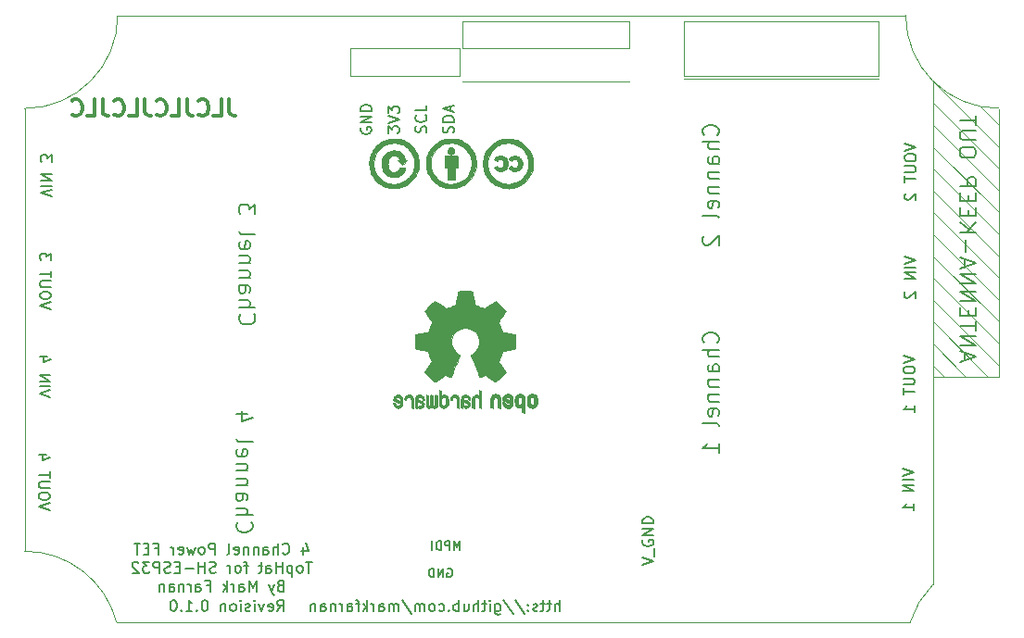
<source format=gbr>
%TF.GenerationSoftware,KiCad,Pcbnew,(5.1.8-0-10_14)*%
%TF.CreationDate,2020-12-03T14:34:03+01:00*%
%TF.ProjectId,SH-ESP32-PowerFET,53482d45-5350-4333-922d-506f77657246,0.1.0*%
%TF.SameCoordinates,Original*%
%TF.FileFunction,Legend,Bot*%
%TF.FilePolarity,Positive*%
%FSLAX46Y46*%
G04 Gerber Fmt 4.6, Leading zero omitted, Abs format (unit mm)*
G04 Created by KiCad (PCBNEW (5.1.8-0-10_14)) date 2020-12-03 14:34:03*
%MOMM*%
%LPD*%
G01*
G04 APERTURE LIST*
%ADD10C,0.200000*%
%ADD11C,0.160000*%
%TA.AperFunction,Profile*%
%ADD12C,0.050000*%
%TD*%
%ADD13C,0.120000*%
%ADD14C,0.100000*%
%ADD15C,0.300000*%
%ADD16C,0.010000*%
G04 APERTURE END LIST*
D10*
X137857142Y-111452380D02*
X137857142Y-110452380D01*
X137428571Y-111452380D02*
X137428571Y-110928571D01*
X137476190Y-110833333D01*
X137571428Y-110785714D01*
X137714285Y-110785714D01*
X137809523Y-110833333D01*
X137857142Y-110880952D01*
X137095238Y-110785714D02*
X136714285Y-110785714D01*
X136952380Y-110452380D02*
X136952380Y-111309523D01*
X136904761Y-111404761D01*
X136809523Y-111452380D01*
X136714285Y-111452380D01*
X136523809Y-110785714D02*
X136142857Y-110785714D01*
X136380952Y-110452380D02*
X136380952Y-111309523D01*
X136333333Y-111404761D01*
X136238095Y-111452380D01*
X136142857Y-111452380D01*
X135857142Y-111404761D02*
X135761904Y-111452380D01*
X135571428Y-111452380D01*
X135476190Y-111404761D01*
X135428571Y-111309523D01*
X135428571Y-111261904D01*
X135476190Y-111166666D01*
X135571428Y-111119047D01*
X135714285Y-111119047D01*
X135809523Y-111071428D01*
X135857142Y-110976190D01*
X135857142Y-110928571D01*
X135809523Y-110833333D01*
X135714285Y-110785714D01*
X135571428Y-110785714D01*
X135476190Y-110833333D01*
X135000000Y-111357142D02*
X134952380Y-111404761D01*
X135000000Y-111452380D01*
X135047619Y-111404761D01*
X135000000Y-111357142D01*
X135000000Y-111452380D01*
X135000000Y-110833333D02*
X134952380Y-110880952D01*
X135000000Y-110928571D01*
X135047619Y-110880952D01*
X135000000Y-110833333D01*
X135000000Y-110928571D01*
X133809523Y-110404761D02*
X134666666Y-111690476D01*
X132761904Y-110404761D02*
X133619047Y-111690476D01*
X132000000Y-110785714D02*
X132000000Y-111595238D01*
X132047619Y-111690476D01*
X132095238Y-111738095D01*
X132190476Y-111785714D01*
X132333333Y-111785714D01*
X132428571Y-111738095D01*
X132000000Y-111404761D02*
X132095238Y-111452380D01*
X132285714Y-111452380D01*
X132380952Y-111404761D01*
X132428571Y-111357142D01*
X132476190Y-111261904D01*
X132476190Y-110976190D01*
X132428571Y-110880952D01*
X132380952Y-110833333D01*
X132285714Y-110785714D01*
X132095238Y-110785714D01*
X132000000Y-110833333D01*
X131523809Y-111452380D02*
X131523809Y-110785714D01*
X131523809Y-110452380D02*
X131571428Y-110500000D01*
X131523809Y-110547619D01*
X131476190Y-110500000D01*
X131523809Y-110452380D01*
X131523809Y-110547619D01*
X131190476Y-110785714D02*
X130809523Y-110785714D01*
X131047619Y-110452380D02*
X131047619Y-111309523D01*
X131000000Y-111404761D01*
X130904761Y-111452380D01*
X130809523Y-111452380D01*
X130476190Y-111452380D02*
X130476190Y-110452380D01*
X130047619Y-111452380D02*
X130047619Y-110928571D01*
X130095238Y-110833333D01*
X130190476Y-110785714D01*
X130333333Y-110785714D01*
X130428571Y-110833333D01*
X130476190Y-110880952D01*
X129142857Y-110785714D02*
X129142857Y-111452380D01*
X129571428Y-110785714D02*
X129571428Y-111309523D01*
X129523809Y-111404761D01*
X129428571Y-111452380D01*
X129285714Y-111452380D01*
X129190476Y-111404761D01*
X129142857Y-111357142D01*
X128666666Y-111452380D02*
X128666666Y-110452380D01*
X128666666Y-110833333D02*
X128571428Y-110785714D01*
X128380952Y-110785714D01*
X128285714Y-110833333D01*
X128238095Y-110880952D01*
X128190476Y-110976190D01*
X128190476Y-111261904D01*
X128238095Y-111357142D01*
X128285714Y-111404761D01*
X128380952Y-111452380D01*
X128571428Y-111452380D01*
X128666666Y-111404761D01*
X127761904Y-111357142D02*
X127714285Y-111404761D01*
X127761904Y-111452380D01*
X127809523Y-111404761D01*
X127761904Y-111357142D01*
X127761904Y-111452380D01*
X126857142Y-111404761D02*
X126952380Y-111452380D01*
X127142857Y-111452380D01*
X127238095Y-111404761D01*
X127285714Y-111357142D01*
X127333333Y-111261904D01*
X127333333Y-110976190D01*
X127285714Y-110880952D01*
X127238095Y-110833333D01*
X127142857Y-110785714D01*
X126952380Y-110785714D01*
X126857142Y-110833333D01*
X126285714Y-111452380D02*
X126380952Y-111404761D01*
X126428571Y-111357142D01*
X126476190Y-111261904D01*
X126476190Y-110976190D01*
X126428571Y-110880952D01*
X126380952Y-110833333D01*
X126285714Y-110785714D01*
X126142857Y-110785714D01*
X126047619Y-110833333D01*
X126000000Y-110880952D01*
X125952380Y-110976190D01*
X125952380Y-111261904D01*
X126000000Y-111357142D01*
X126047619Y-111404761D01*
X126142857Y-111452380D01*
X126285714Y-111452380D01*
X125523809Y-111452380D02*
X125523809Y-110785714D01*
X125523809Y-110880952D02*
X125476190Y-110833333D01*
X125380952Y-110785714D01*
X125238095Y-110785714D01*
X125142857Y-110833333D01*
X125095238Y-110928571D01*
X125095238Y-111452380D01*
X125095238Y-110928571D02*
X125047619Y-110833333D01*
X124952380Y-110785714D01*
X124809523Y-110785714D01*
X124714285Y-110833333D01*
X124666666Y-110928571D01*
X124666666Y-111452380D01*
X123476190Y-110404761D02*
X124333333Y-111690476D01*
X123142857Y-111452380D02*
X123142857Y-110785714D01*
X123142857Y-110880952D02*
X123095238Y-110833333D01*
X123000000Y-110785714D01*
X122857142Y-110785714D01*
X122761904Y-110833333D01*
X122714285Y-110928571D01*
X122714285Y-111452380D01*
X122714285Y-110928571D02*
X122666666Y-110833333D01*
X122571428Y-110785714D01*
X122428571Y-110785714D01*
X122333333Y-110833333D01*
X122285714Y-110928571D01*
X122285714Y-111452380D01*
X121380952Y-111452380D02*
X121380952Y-110928571D01*
X121428571Y-110833333D01*
X121523809Y-110785714D01*
X121714285Y-110785714D01*
X121809523Y-110833333D01*
X121380952Y-111404761D02*
X121476190Y-111452380D01*
X121714285Y-111452380D01*
X121809523Y-111404761D01*
X121857142Y-111309523D01*
X121857142Y-111214285D01*
X121809523Y-111119047D01*
X121714285Y-111071428D01*
X121476190Y-111071428D01*
X121380952Y-111023809D01*
X120904761Y-111452380D02*
X120904761Y-110785714D01*
X120904761Y-110976190D02*
X120857142Y-110880952D01*
X120809523Y-110833333D01*
X120714285Y-110785714D01*
X120619047Y-110785714D01*
X120285714Y-111452380D02*
X120285714Y-110452380D01*
X120190476Y-111071428D02*
X119904761Y-111452380D01*
X119904761Y-110785714D02*
X120285714Y-111166666D01*
X119619047Y-110785714D02*
X119238095Y-110785714D01*
X119476190Y-111452380D02*
X119476190Y-110595238D01*
X119428571Y-110500000D01*
X119333333Y-110452380D01*
X119238095Y-110452380D01*
X118476190Y-111452380D02*
X118476190Y-110928571D01*
X118523809Y-110833333D01*
X118619047Y-110785714D01*
X118809523Y-110785714D01*
X118904761Y-110833333D01*
X118476190Y-111404761D02*
X118571428Y-111452380D01*
X118809523Y-111452380D01*
X118904761Y-111404761D01*
X118952380Y-111309523D01*
X118952380Y-111214285D01*
X118904761Y-111119047D01*
X118809523Y-111071428D01*
X118571428Y-111071428D01*
X118476190Y-111023809D01*
X118000000Y-111452380D02*
X118000000Y-110785714D01*
X118000000Y-110976190D02*
X117952380Y-110880952D01*
X117904761Y-110833333D01*
X117809523Y-110785714D01*
X117714285Y-110785714D01*
X117380952Y-110785714D02*
X117380952Y-111452380D01*
X117380952Y-110880952D02*
X117333333Y-110833333D01*
X117238095Y-110785714D01*
X117095238Y-110785714D01*
X117000000Y-110833333D01*
X116952380Y-110928571D01*
X116952380Y-111452380D01*
X116047619Y-111452380D02*
X116047619Y-110928571D01*
X116095238Y-110833333D01*
X116190476Y-110785714D01*
X116380952Y-110785714D01*
X116476190Y-110833333D01*
X116047619Y-111404761D02*
X116142857Y-111452380D01*
X116380952Y-111452380D01*
X116476190Y-111404761D01*
X116523809Y-111309523D01*
X116523809Y-111214285D01*
X116476190Y-111119047D01*
X116380952Y-111071428D01*
X116142857Y-111071428D01*
X116047619Y-111023809D01*
X115571428Y-110785714D02*
X115571428Y-111452380D01*
X115571428Y-110880952D02*
X115523809Y-110833333D01*
X115428571Y-110785714D01*
X115285714Y-110785714D01*
X115190476Y-110833333D01*
X115142857Y-110928571D01*
X115142857Y-111452380D01*
D11*
X127609523Y-107600000D02*
X127685714Y-107561904D01*
X127800000Y-107561904D01*
X127914285Y-107600000D01*
X127990476Y-107676190D01*
X128028571Y-107752380D01*
X128066666Y-107904761D01*
X128066666Y-108019047D01*
X128028571Y-108171428D01*
X127990476Y-108247619D01*
X127914285Y-108323809D01*
X127800000Y-108361904D01*
X127723809Y-108361904D01*
X127609523Y-108323809D01*
X127571428Y-108285714D01*
X127571428Y-108019047D01*
X127723809Y-108019047D01*
X127228571Y-108361904D02*
X127228571Y-107561904D01*
X126771428Y-108361904D01*
X126771428Y-107561904D01*
X126390476Y-108361904D02*
X126390476Y-107561904D01*
X126200000Y-107561904D01*
X126085714Y-107600000D01*
X126009523Y-107676190D01*
X125971428Y-107752380D01*
X125933333Y-107904761D01*
X125933333Y-108019047D01*
X125971428Y-108171428D01*
X126009523Y-108247619D01*
X126085714Y-108323809D01*
X126200000Y-108361904D01*
X126390476Y-108361904D01*
X128757142Y-105861904D02*
X128757142Y-105061904D01*
X128490476Y-105633333D01*
X128223809Y-105061904D01*
X128223809Y-105861904D01*
X127842857Y-105861904D02*
X127842857Y-105061904D01*
X127538095Y-105061904D01*
X127461904Y-105100000D01*
X127423809Y-105138095D01*
X127385714Y-105214285D01*
X127385714Y-105328571D01*
X127423809Y-105404761D01*
X127461904Y-105442857D01*
X127538095Y-105480952D01*
X127842857Y-105480952D01*
X127042857Y-105861904D02*
X127042857Y-105061904D01*
X126852380Y-105061904D01*
X126738095Y-105100000D01*
X126661904Y-105176190D01*
X126623809Y-105252380D01*
X126585714Y-105404761D01*
X126585714Y-105519047D01*
X126623809Y-105671428D01*
X126661904Y-105747619D01*
X126738095Y-105823809D01*
X126852380Y-105861904D01*
X127042857Y-105861904D01*
X126242857Y-105861904D02*
X126242857Y-105061904D01*
X128154761Y-67714285D02*
X128202380Y-67571428D01*
X128202380Y-67333333D01*
X128154761Y-67238095D01*
X128107142Y-67190476D01*
X128011904Y-67142857D01*
X127916666Y-67142857D01*
X127821428Y-67190476D01*
X127773809Y-67238095D01*
X127726190Y-67333333D01*
X127678571Y-67523809D01*
X127630952Y-67619047D01*
X127583333Y-67666666D01*
X127488095Y-67714285D01*
X127392857Y-67714285D01*
X127297619Y-67666666D01*
X127250000Y-67619047D01*
X127202380Y-67523809D01*
X127202380Y-67285714D01*
X127250000Y-67142857D01*
X128202380Y-66714285D02*
X127202380Y-66714285D01*
X127202380Y-66476190D01*
X127250000Y-66333333D01*
X127345238Y-66238095D01*
X127440476Y-66190476D01*
X127630952Y-66142857D01*
X127773809Y-66142857D01*
X127964285Y-66190476D01*
X128059523Y-66238095D01*
X128154761Y-66333333D01*
X128202380Y-66476190D01*
X128202380Y-66714285D01*
X127916666Y-65761904D02*
X127916666Y-65285714D01*
X128202380Y-65857142D02*
X127202380Y-65523809D01*
X128202380Y-65190476D01*
X125654761Y-67690476D02*
X125702380Y-67547619D01*
X125702380Y-67309523D01*
X125654761Y-67214285D01*
X125607142Y-67166666D01*
X125511904Y-67119047D01*
X125416666Y-67119047D01*
X125321428Y-67166666D01*
X125273809Y-67214285D01*
X125226190Y-67309523D01*
X125178571Y-67500000D01*
X125130952Y-67595238D01*
X125083333Y-67642857D01*
X124988095Y-67690476D01*
X124892857Y-67690476D01*
X124797619Y-67642857D01*
X124750000Y-67595238D01*
X124702380Y-67500000D01*
X124702380Y-67261904D01*
X124750000Y-67119047D01*
X125607142Y-66119047D02*
X125654761Y-66166666D01*
X125702380Y-66309523D01*
X125702380Y-66404761D01*
X125654761Y-66547619D01*
X125559523Y-66642857D01*
X125464285Y-66690476D01*
X125273809Y-66738095D01*
X125130952Y-66738095D01*
X124940476Y-66690476D01*
X124845238Y-66642857D01*
X124750000Y-66547619D01*
X124702380Y-66404761D01*
X124702380Y-66309523D01*
X124750000Y-66166666D01*
X124797619Y-66119047D01*
X125702380Y-65214285D02*
X125702380Y-65690476D01*
X124702380Y-65690476D01*
X122202380Y-67738095D02*
X122202380Y-67119047D01*
X122583333Y-67452380D01*
X122583333Y-67309523D01*
X122630952Y-67214285D01*
X122678571Y-67166666D01*
X122773809Y-67119047D01*
X123011904Y-67119047D01*
X123107142Y-67166666D01*
X123154761Y-67214285D01*
X123202380Y-67309523D01*
X123202380Y-67595238D01*
X123154761Y-67690476D01*
X123107142Y-67738095D01*
X122202380Y-66833333D02*
X123202380Y-66500000D01*
X122202380Y-66166666D01*
X122202380Y-65928571D02*
X122202380Y-65309523D01*
X122583333Y-65642857D01*
X122583333Y-65500000D01*
X122630952Y-65404761D01*
X122678571Y-65357142D01*
X122773809Y-65309523D01*
X123011904Y-65309523D01*
X123107142Y-65357142D01*
X123154761Y-65404761D01*
X123202380Y-65500000D01*
X123202380Y-65785714D01*
X123154761Y-65880952D01*
X123107142Y-65928571D01*
X119750000Y-67261904D02*
X119702380Y-67357142D01*
X119702380Y-67500000D01*
X119750000Y-67642857D01*
X119845238Y-67738095D01*
X119940476Y-67785714D01*
X120130952Y-67833333D01*
X120273809Y-67833333D01*
X120464285Y-67785714D01*
X120559523Y-67738095D01*
X120654761Y-67642857D01*
X120702380Y-67500000D01*
X120702380Y-67404761D01*
X120654761Y-67261904D01*
X120607142Y-67214285D01*
X120273809Y-67214285D01*
X120273809Y-67404761D01*
X120702380Y-66785714D02*
X119702380Y-66785714D01*
X120702380Y-66214285D01*
X119702380Y-66214285D01*
X120702380Y-65738095D02*
X119702380Y-65738095D01*
X119702380Y-65500000D01*
X119750000Y-65357142D01*
X119845238Y-65261904D01*
X119940476Y-65214285D01*
X120130952Y-65166666D01*
X120273809Y-65166666D01*
X120464285Y-65214285D01*
X120559523Y-65261904D01*
X120654761Y-65357142D01*
X120702380Y-65500000D01*
X120702380Y-65738095D01*
X145452380Y-107238095D02*
X146452380Y-106904761D01*
X145452380Y-106571428D01*
X146547619Y-106476190D02*
X146547619Y-105714285D01*
X145500000Y-104952380D02*
X145452380Y-105047619D01*
X145452380Y-105190476D01*
X145500000Y-105333333D01*
X145595238Y-105428571D01*
X145690476Y-105476190D01*
X145880952Y-105523809D01*
X146023809Y-105523809D01*
X146214285Y-105476190D01*
X146309523Y-105428571D01*
X146404761Y-105333333D01*
X146452380Y-105190476D01*
X146452380Y-105095238D01*
X146404761Y-104952380D01*
X146357142Y-104904761D01*
X146023809Y-104904761D01*
X146023809Y-105095238D01*
X146452380Y-104476190D02*
X145452380Y-104476190D01*
X146452380Y-103904761D01*
X145452380Y-103904761D01*
X146452380Y-103428571D02*
X145452380Y-103428571D01*
X145452380Y-103190476D01*
X145500000Y-103047619D01*
X145595238Y-102952380D01*
X145690476Y-102904761D01*
X145880952Y-102857142D01*
X146023809Y-102857142D01*
X146214285Y-102904761D01*
X146309523Y-102952380D01*
X146404761Y-103047619D01*
X146452380Y-103190476D01*
X146452380Y-103428571D01*
X152285714Y-86928571D02*
X152357142Y-86857142D01*
X152428571Y-86642857D01*
X152428571Y-86500000D01*
X152357142Y-86285714D01*
X152214285Y-86142857D01*
X152071428Y-86071428D01*
X151785714Y-86000000D01*
X151571428Y-86000000D01*
X151285714Y-86071428D01*
X151142857Y-86142857D01*
X151000000Y-86285714D01*
X150928571Y-86500000D01*
X150928571Y-86642857D01*
X151000000Y-86857142D01*
X151071428Y-86928571D01*
X152428571Y-87571428D02*
X150928571Y-87571428D01*
X152428571Y-88214285D02*
X151642857Y-88214285D01*
X151500000Y-88142857D01*
X151428571Y-88000000D01*
X151428571Y-87785714D01*
X151500000Y-87642857D01*
X151571428Y-87571428D01*
X152428571Y-89571428D02*
X151642857Y-89571428D01*
X151500000Y-89500000D01*
X151428571Y-89357142D01*
X151428571Y-89071428D01*
X151500000Y-88928571D01*
X152357142Y-89571428D02*
X152428571Y-89428571D01*
X152428571Y-89071428D01*
X152357142Y-88928571D01*
X152214285Y-88857142D01*
X152071428Y-88857142D01*
X151928571Y-88928571D01*
X151857142Y-89071428D01*
X151857142Y-89428571D01*
X151785714Y-89571428D01*
X151428571Y-90285714D02*
X152428571Y-90285714D01*
X151571428Y-90285714D02*
X151500000Y-90357142D01*
X151428571Y-90500000D01*
X151428571Y-90714285D01*
X151500000Y-90857142D01*
X151642857Y-90928571D01*
X152428571Y-90928571D01*
X151428571Y-91642857D02*
X152428571Y-91642857D01*
X151571428Y-91642857D02*
X151500000Y-91714285D01*
X151428571Y-91857142D01*
X151428571Y-92071428D01*
X151500000Y-92214285D01*
X151642857Y-92285714D01*
X152428571Y-92285714D01*
X152357142Y-93571428D02*
X152428571Y-93428571D01*
X152428571Y-93142857D01*
X152357142Y-93000000D01*
X152214285Y-92928571D01*
X151642857Y-92928571D01*
X151500000Y-93000000D01*
X151428571Y-93142857D01*
X151428571Y-93428571D01*
X151500000Y-93571428D01*
X151642857Y-93642857D01*
X151785714Y-93642857D01*
X151928571Y-92928571D01*
X152428571Y-94500000D02*
X152357142Y-94357142D01*
X152214285Y-94285714D01*
X150928571Y-94285714D01*
X152428571Y-97000000D02*
X152428571Y-96142857D01*
X152428571Y-96571428D02*
X150928571Y-96571428D01*
X151142857Y-96428571D01*
X151285714Y-96285714D01*
X151357142Y-96142857D01*
X152285714Y-67928571D02*
X152357142Y-67857142D01*
X152428571Y-67642857D01*
X152428571Y-67500000D01*
X152357142Y-67285714D01*
X152214285Y-67142857D01*
X152071428Y-67071428D01*
X151785714Y-67000000D01*
X151571428Y-67000000D01*
X151285714Y-67071428D01*
X151142857Y-67142857D01*
X151000000Y-67285714D01*
X150928571Y-67500000D01*
X150928571Y-67642857D01*
X151000000Y-67857142D01*
X151071428Y-67928571D01*
X152428571Y-68571428D02*
X150928571Y-68571428D01*
X152428571Y-69214285D02*
X151642857Y-69214285D01*
X151500000Y-69142857D01*
X151428571Y-69000000D01*
X151428571Y-68785714D01*
X151500000Y-68642857D01*
X151571428Y-68571428D01*
X152428571Y-70571428D02*
X151642857Y-70571428D01*
X151500000Y-70500000D01*
X151428571Y-70357142D01*
X151428571Y-70071428D01*
X151500000Y-69928571D01*
X152357142Y-70571428D02*
X152428571Y-70428571D01*
X152428571Y-70071428D01*
X152357142Y-69928571D01*
X152214285Y-69857142D01*
X152071428Y-69857142D01*
X151928571Y-69928571D01*
X151857142Y-70071428D01*
X151857142Y-70428571D01*
X151785714Y-70571428D01*
X151428571Y-71285714D02*
X152428571Y-71285714D01*
X151571428Y-71285714D02*
X151500000Y-71357142D01*
X151428571Y-71500000D01*
X151428571Y-71714285D01*
X151500000Y-71857142D01*
X151642857Y-71928571D01*
X152428571Y-71928571D01*
X151428571Y-72642857D02*
X152428571Y-72642857D01*
X151571428Y-72642857D02*
X151500000Y-72714285D01*
X151428571Y-72857142D01*
X151428571Y-73071428D01*
X151500000Y-73214285D01*
X151642857Y-73285714D01*
X152428571Y-73285714D01*
X152357142Y-74571428D02*
X152428571Y-74428571D01*
X152428571Y-74142857D01*
X152357142Y-74000000D01*
X152214285Y-73928571D01*
X151642857Y-73928571D01*
X151500000Y-74000000D01*
X151428571Y-74142857D01*
X151428571Y-74428571D01*
X151500000Y-74571428D01*
X151642857Y-74642857D01*
X151785714Y-74642857D01*
X151928571Y-73928571D01*
X152428571Y-75500000D02*
X152357142Y-75357142D01*
X152214285Y-75285714D01*
X150928571Y-75285714D01*
X151071428Y-77142857D02*
X151000000Y-77214285D01*
X150928571Y-77357142D01*
X150928571Y-77714285D01*
X151000000Y-77857142D01*
X151071428Y-77928571D01*
X151214285Y-78000000D01*
X151357142Y-78000000D01*
X151571428Y-77928571D01*
X152428571Y-77071428D01*
X152428571Y-78000000D01*
X108464285Y-103321428D02*
X108392857Y-103392857D01*
X108321428Y-103607142D01*
X108321428Y-103750000D01*
X108392857Y-103964285D01*
X108535714Y-104107142D01*
X108678571Y-104178571D01*
X108964285Y-104250000D01*
X109178571Y-104250000D01*
X109464285Y-104178571D01*
X109607142Y-104107142D01*
X109750000Y-103964285D01*
X109821428Y-103750000D01*
X109821428Y-103607142D01*
X109750000Y-103392857D01*
X109678571Y-103321428D01*
X108321428Y-102678571D02*
X109821428Y-102678571D01*
X108321428Y-102035714D02*
X109107142Y-102035714D01*
X109250000Y-102107142D01*
X109321428Y-102250000D01*
X109321428Y-102464285D01*
X109250000Y-102607142D01*
X109178571Y-102678571D01*
X108321428Y-100678571D02*
X109107142Y-100678571D01*
X109250000Y-100750000D01*
X109321428Y-100892857D01*
X109321428Y-101178571D01*
X109250000Y-101321428D01*
X108392857Y-100678571D02*
X108321428Y-100821428D01*
X108321428Y-101178571D01*
X108392857Y-101321428D01*
X108535714Y-101392857D01*
X108678571Y-101392857D01*
X108821428Y-101321428D01*
X108892857Y-101178571D01*
X108892857Y-100821428D01*
X108964285Y-100678571D01*
X109321428Y-99964285D02*
X108321428Y-99964285D01*
X109178571Y-99964285D02*
X109250000Y-99892857D01*
X109321428Y-99750000D01*
X109321428Y-99535714D01*
X109250000Y-99392857D01*
X109107142Y-99321428D01*
X108321428Y-99321428D01*
X109321428Y-98607142D02*
X108321428Y-98607142D01*
X109178571Y-98607142D02*
X109250000Y-98535714D01*
X109321428Y-98392857D01*
X109321428Y-98178571D01*
X109250000Y-98035714D01*
X109107142Y-97964285D01*
X108321428Y-97964285D01*
X108392857Y-96678571D02*
X108321428Y-96821428D01*
X108321428Y-97107142D01*
X108392857Y-97250000D01*
X108535714Y-97321428D01*
X109107142Y-97321428D01*
X109250000Y-97250000D01*
X109321428Y-97107142D01*
X109321428Y-96821428D01*
X109250000Y-96678571D01*
X109107142Y-96607142D01*
X108964285Y-96607142D01*
X108821428Y-97321428D01*
X108321428Y-95750000D02*
X108392857Y-95892857D01*
X108535714Y-95964285D01*
X109821428Y-95964285D01*
X109321428Y-93392857D02*
X108321428Y-93392857D01*
X109892857Y-93750000D02*
X108821428Y-94107142D01*
X108821428Y-93178571D01*
X108714285Y-84321428D02*
X108642857Y-84392857D01*
X108571428Y-84607142D01*
X108571428Y-84750000D01*
X108642857Y-84964285D01*
X108785714Y-85107142D01*
X108928571Y-85178571D01*
X109214285Y-85250000D01*
X109428571Y-85250000D01*
X109714285Y-85178571D01*
X109857142Y-85107142D01*
X110000000Y-84964285D01*
X110071428Y-84750000D01*
X110071428Y-84607142D01*
X110000000Y-84392857D01*
X109928571Y-84321428D01*
X108571428Y-83678571D02*
X110071428Y-83678571D01*
X108571428Y-83035714D02*
X109357142Y-83035714D01*
X109500000Y-83107142D01*
X109571428Y-83250000D01*
X109571428Y-83464285D01*
X109500000Y-83607142D01*
X109428571Y-83678571D01*
X108571428Y-81678571D02*
X109357142Y-81678571D01*
X109500000Y-81750000D01*
X109571428Y-81892857D01*
X109571428Y-82178571D01*
X109500000Y-82321428D01*
X108642857Y-81678571D02*
X108571428Y-81821428D01*
X108571428Y-82178571D01*
X108642857Y-82321428D01*
X108785714Y-82392857D01*
X108928571Y-82392857D01*
X109071428Y-82321428D01*
X109142857Y-82178571D01*
X109142857Y-81821428D01*
X109214285Y-81678571D01*
X109571428Y-80964285D02*
X108571428Y-80964285D01*
X109428571Y-80964285D02*
X109500000Y-80892857D01*
X109571428Y-80750000D01*
X109571428Y-80535714D01*
X109500000Y-80392857D01*
X109357142Y-80321428D01*
X108571428Y-80321428D01*
X109571428Y-79607142D02*
X108571428Y-79607142D01*
X109428571Y-79607142D02*
X109500000Y-79535714D01*
X109571428Y-79392857D01*
X109571428Y-79178571D01*
X109500000Y-79035714D01*
X109357142Y-78964285D01*
X108571428Y-78964285D01*
X108642857Y-77678571D02*
X108571428Y-77821428D01*
X108571428Y-78107142D01*
X108642857Y-78250000D01*
X108785714Y-78321428D01*
X109357142Y-78321428D01*
X109500000Y-78250000D01*
X109571428Y-78107142D01*
X109571428Y-77821428D01*
X109500000Y-77678571D01*
X109357142Y-77607142D01*
X109214285Y-77607142D01*
X109071428Y-78321428D01*
X108571428Y-76750000D02*
X108642857Y-76892857D01*
X108785714Y-76964285D01*
X110071428Y-76964285D01*
X110071428Y-75178571D02*
X110071428Y-74250000D01*
X109500000Y-74750000D01*
X109500000Y-74535714D01*
X109428571Y-74392857D01*
X109357142Y-74321428D01*
X109214285Y-74250000D01*
X108857142Y-74250000D01*
X108714285Y-74321428D01*
X108642857Y-74392857D01*
X108571428Y-74535714D01*
X108571428Y-74964285D01*
X108642857Y-75107142D01*
X108714285Y-75178571D01*
X169252380Y-98437619D02*
X170252380Y-98770952D01*
X169252380Y-99104285D01*
X170252380Y-99437619D02*
X169252380Y-99437619D01*
X170252380Y-99913809D02*
X169252380Y-99913809D01*
X170252380Y-100485238D01*
X169252380Y-100485238D01*
X170252380Y-102247142D02*
X170252380Y-101675714D01*
X170252380Y-101961428D02*
X169252380Y-101961428D01*
X169395238Y-101866190D01*
X169490476Y-101770952D01*
X169538095Y-101675714D01*
X169312380Y-88120952D02*
X170312380Y-88454285D01*
X169312380Y-88787619D01*
X169312380Y-89311428D02*
X169312380Y-89501904D01*
X169360000Y-89597142D01*
X169455238Y-89692380D01*
X169645714Y-89740000D01*
X169979047Y-89740000D01*
X170169523Y-89692380D01*
X170264761Y-89597142D01*
X170312380Y-89501904D01*
X170312380Y-89311428D01*
X170264761Y-89216190D01*
X170169523Y-89120952D01*
X169979047Y-89073333D01*
X169645714Y-89073333D01*
X169455238Y-89120952D01*
X169360000Y-89216190D01*
X169312380Y-89311428D01*
X169312380Y-90168571D02*
X170121904Y-90168571D01*
X170217142Y-90216190D01*
X170264761Y-90263809D01*
X170312380Y-90359047D01*
X170312380Y-90549523D01*
X170264761Y-90644761D01*
X170217142Y-90692380D01*
X170121904Y-90740000D01*
X169312380Y-90740000D01*
X169312380Y-91073333D02*
X169312380Y-91644761D01*
X170312380Y-91359047D02*
X169312380Y-91359047D01*
X170312380Y-93263809D02*
X170312380Y-92692380D01*
X170312380Y-92978095D02*
X169312380Y-92978095D01*
X169455238Y-92882857D01*
X169550476Y-92787619D01*
X169598095Y-92692380D01*
X169362380Y-79027619D02*
X170362380Y-79360952D01*
X169362380Y-79694285D01*
X170362380Y-80027619D02*
X169362380Y-80027619D01*
X170362380Y-80503809D02*
X169362380Y-80503809D01*
X170362380Y-81075238D01*
X169362380Y-81075238D01*
X169457619Y-82265714D02*
X169410000Y-82313333D01*
X169362380Y-82408571D01*
X169362380Y-82646666D01*
X169410000Y-82741904D01*
X169457619Y-82789523D01*
X169552857Y-82837142D01*
X169648095Y-82837142D01*
X169790952Y-82789523D01*
X170362380Y-82218095D01*
X170362380Y-82837142D01*
X169422380Y-68710952D02*
X170422380Y-69044285D01*
X169422380Y-69377619D01*
X169422380Y-69901428D02*
X169422380Y-70091904D01*
X169470000Y-70187142D01*
X169565238Y-70282380D01*
X169755714Y-70330000D01*
X170089047Y-70330000D01*
X170279523Y-70282380D01*
X170374761Y-70187142D01*
X170422380Y-70091904D01*
X170422380Y-69901428D01*
X170374761Y-69806190D01*
X170279523Y-69710952D01*
X170089047Y-69663333D01*
X169755714Y-69663333D01*
X169565238Y-69710952D01*
X169470000Y-69806190D01*
X169422380Y-69901428D01*
X169422380Y-70758571D02*
X170231904Y-70758571D01*
X170327142Y-70806190D01*
X170374761Y-70853809D01*
X170422380Y-70949047D01*
X170422380Y-71139523D01*
X170374761Y-71234761D01*
X170327142Y-71282380D01*
X170231904Y-71330000D01*
X169422380Y-71330000D01*
X169422380Y-71663333D02*
X169422380Y-72234761D01*
X170422380Y-71949047D02*
X169422380Y-71949047D01*
X169517619Y-73282380D02*
X169470000Y-73330000D01*
X169422380Y-73425238D01*
X169422380Y-73663333D01*
X169470000Y-73758571D01*
X169517619Y-73806190D01*
X169612857Y-73853809D01*
X169708095Y-73853809D01*
X169850952Y-73806190D01*
X170422380Y-73234761D01*
X170422380Y-73853809D01*
X91357619Y-91912380D02*
X90357619Y-91579047D01*
X91357619Y-91245714D01*
X90357619Y-90912380D02*
X91357619Y-90912380D01*
X90357619Y-90436190D02*
X91357619Y-90436190D01*
X90357619Y-89864761D01*
X91357619Y-89864761D01*
X91024285Y-88198095D02*
X90357619Y-88198095D01*
X91405238Y-88436190D02*
X90690952Y-88674285D01*
X90690952Y-88055238D01*
X91297619Y-102229047D02*
X90297619Y-101895714D01*
X91297619Y-101562380D01*
X91297619Y-101038571D02*
X91297619Y-100848095D01*
X91250000Y-100752857D01*
X91154761Y-100657619D01*
X90964285Y-100610000D01*
X90630952Y-100610000D01*
X90440476Y-100657619D01*
X90345238Y-100752857D01*
X90297619Y-100848095D01*
X90297619Y-101038571D01*
X90345238Y-101133809D01*
X90440476Y-101229047D01*
X90630952Y-101276666D01*
X90964285Y-101276666D01*
X91154761Y-101229047D01*
X91250000Y-101133809D01*
X91297619Y-101038571D01*
X91297619Y-100181428D02*
X90488095Y-100181428D01*
X90392857Y-100133809D01*
X90345238Y-100086190D01*
X90297619Y-99990952D01*
X90297619Y-99800476D01*
X90345238Y-99705238D01*
X90392857Y-99657619D01*
X90488095Y-99610000D01*
X91297619Y-99610000D01*
X91297619Y-99276666D02*
X91297619Y-98705238D01*
X90297619Y-98990952D02*
X91297619Y-98990952D01*
X90964285Y-97181428D02*
X90297619Y-97181428D01*
X91345238Y-97419523D02*
X90630952Y-97657619D01*
X90630952Y-97038571D01*
X91397619Y-83879047D02*
X90397619Y-83545714D01*
X91397619Y-83212380D01*
X91397619Y-82688571D02*
X91397619Y-82498095D01*
X91350000Y-82402857D01*
X91254761Y-82307619D01*
X91064285Y-82260000D01*
X90730952Y-82260000D01*
X90540476Y-82307619D01*
X90445238Y-82402857D01*
X90397619Y-82498095D01*
X90397619Y-82688571D01*
X90445238Y-82783809D01*
X90540476Y-82879047D01*
X90730952Y-82926666D01*
X91064285Y-82926666D01*
X91254761Y-82879047D01*
X91350000Y-82783809D01*
X91397619Y-82688571D01*
X91397619Y-81831428D02*
X90588095Y-81831428D01*
X90492857Y-81783809D01*
X90445238Y-81736190D01*
X90397619Y-81640952D01*
X90397619Y-81450476D01*
X90445238Y-81355238D01*
X90492857Y-81307619D01*
X90588095Y-81260000D01*
X91397619Y-81260000D01*
X91397619Y-80926666D02*
X91397619Y-80355238D01*
X90397619Y-80640952D02*
X91397619Y-80640952D01*
X91397619Y-79355238D02*
X91397619Y-78736190D01*
X91016666Y-79069523D01*
X91016666Y-78926666D01*
X90969047Y-78831428D01*
X90921428Y-78783809D01*
X90826190Y-78736190D01*
X90588095Y-78736190D01*
X90492857Y-78783809D01*
X90445238Y-78831428D01*
X90397619Y-78926666D01*
X90397619Y-79212380D01*
X90445238Y-79307619D01*
X90492857Y-79355238D01*
X91457619Y-73562380D02*
X90457619Y-73229047D01*
X91457619Y-72895714D01*
X90457619Y-72562380D02*
X91457619Y-72562380D01*
X90457619Y-72086190D02*
X91457619Y-72086190D01*
X90457619Y-71514761D01*
X91457619Y-71514761D01*
X91457619Y-70371904D02*
X91457619Y-69752857D01*
X91076666Y-70086190D01*
X91076666Y-69943333D01*
X91029047Y-69848095D01*
X90981428Y-69800476D01*
X90886190Y-69752857D01*
X90648095Y-69752857D01*
X90552857Y-69800476D01*
X90505238Y-69848095D01*
X90457619Y-69943333D01*
X90457619Y-70229047D01*
X90505238Y-70324285D01*
X90552857Y-70371904D01*
D12*
X89000000Y-105978147D02*
G75*
G02*
X97400000Y-112500000I0J-8670432D01*
G01*
X97400000Y-112500000D02*
X127000000Y-112500000D01*
X89000000Y-103000000D02*
X89000000Y-105978147D01*
X153000000Y-112500000D02*
X169891435Y-112499765D01*
X171989592Y-63010408D02*
X172000000Y-109000000D01*
X153000000Y-112500000D02*
X153000000Y-112500000D01*
X127000000Y-112500000D02*
X153000000Y-112500000D01*
X169891436Y-112499765D02*
G75*
G02*
X172000000Y-109000000I8108564J-2500235D01*
G01*
X171989592Y-63010408D02*
G75*
G02*
X169500000Y-57000000I6010408J6010408D01*
G01*
X97500000Y-57000000D02*
G75*
G02*
X89000000Y-65500000I-8500000J0D01*
G01*
X169500000Y-57000000D02*
X97500000Y-57000000D01*
X89000000Y-65500000D02*
X89000000Y-103000000D01*
D13*
X167000000Y-62500000D02*
X149250000Y-62500000D01*
X167000000Y-57500000D02*
X167000000Y-62500000D01*
X149250000Y-57500000D02*
X167000000Y-57500000D01*
X149250000Y-62500000D02*
X149250000Y-57500000D01*
X129000000Y-57500000D02*
X129000000Y-60000000D01*
X144250000Y-57500000D02*
X129000000Y-57500000D01*
X144250000Y-60000000D02*
X144250000Y-57500000D01*
X129000000Y-60000000D02*
X144250000Y-60000000D01*
X128750000Y-60000000D02*
X118750000Y-60000000D01*
X128750000Y-62500000D02*
X128750000Y-60000000D01*
X118750000Y-62500000D02*
X128750000Y-62500000D01*
X118750000Y-60000000D02*
X118750000Y-62500000D01*
X167000000Y-62750000D02*
X149250000Y-62750000D01*
X144250000Y-63000000D02*
X129000000Y-63000000D01*
D14*
X178000000Y-65485281D02*
G75*
G02*
X172000000Y-63000000I0J8485281D01*
G01*
D11*
X174850000Y-88507142D02*
X174850000Y-87792857D01*
X174421428Y-88650000D02*
X175921428Y-88150000D01*
X174421428Y-87650000D01*
X174421428Y-87150000D02*
X175921428Y-87150000D01*
X174421428Y-86292857D01*
X175921428Y-86292857D01*
X175921428Y-85792857D02*
X175921428Y-84935714D01*
X174421428Y-85364285D02*
X175921428Y-85364285D01*
X175207142Y-84435714D02*
X175207142Y-83935714D01*
X174421428Y-83721428D02*
X174421428Y-84435714D01*
X175921428Y-84435714D01*
X175921428Y-83721428D01*
X174421428Y-83078571D02*
X175921428Y-83078571D01*
X174421428Y-82221428D01*
X175921428Y-82221428D01*
X174421428Y-81507142D02*
X175921428Y-81507142D01*
X174421428Y-80650000D01*
X175921428Y-80650000D01*
X174850000Y-80007142D02*
X174850000Y-79292857D01*
X174421428Y-80150000D02*
X175921428Y-79650000D01*
X174421428Y-79150000D01*
X174992857Y-78650000D02*
X174992857Y-77507142D01*
X174421428Y-76792857D02*
X175921428Y-76792857D01*
X174421428Y-75935714D02*
X175278571Y-76578571D01*
X175921428Y-75935714D02*
X175064285Y-76792857D01*
X175207142Y-75292857D02*
X175207142Y-74792857D01*
X174421428Y-74578571D02*
X174421428Y-75292857D01*
X175921428Y-75292857D01*
X175921428Y-74578571D01*
X175207142Y-73935714D02*
X175207142Y-73435714D01*
X174421428Y-73221428D02*
X174421428Y-73935714D01*
X175921428Y-73935714D01*
X175921428Y-73221428D01*
X174421428Y-72578571D02*
X175921428Y-72578571D01*
X175921428Y-72007142D01*
X175850000Y-71864285D01*
X175778571Y-71792857D01*
X175635714Y-71721428D01*
X175421428Y-71721428D01*
X175278571Y-71792857D01*
X175207142Y-71864285D01*
X175135714Y-72007142D01*
X175135714Y-72578571D01*
X175921428Y-69650000D02*
X175921428Y-69364285D01*
X175850000Y-69221428D01*
X175707142Y-69078571D01*
X175421428Y-69007142D01*
X174921428Y-69007142D01*
X174635714Y-69078571D01*
X174492857Y-69221428D01*
X174421428Y-69364285D01*
X174421428Y-69650000D01*
X174492857Y-69792857D01*
X174635714Y-69935714D01*
X174921428Y-70007142D01*
X175421428Y-70007142D01*
X175707142Y-69935714D01*
X175850000Y-69792857D01*
X175921428Y-69650000D01*
X175921428Y-68364285D02*
X174707142Y-68364285D01*
X174564285Y-68292857D01*
X174492857Y-68221428D01*
X174421428Y-68078571D01*
X174421428Y-67792857D01*
X174492857Y-67650000D01*
X174564285Y-67578571D01*
X174707142Y-67507142D01*
X175921428Y-67507142D01*
X175921428Y-67007142D02*
X175921428Y-66150000D01*
X174421428Y-66578571D02*
X175921428Y-66578571D01*
D13*
X172000000Y-89000000D02*
X173000000Y-90000000D01*
X172000000Y-87000000D02*
X175000000Y-90000000D01*
X172000000Y-85000000D02*
X177000000Y-90000000D01*
X172000000Y-83000000D02*
X178000000Y-89000000D01*
X172000000Y-81000000D02*
X178000000Y-87000000D01*
X172000000Y-79000000D02*
X178000000Y-85000000D01*
X172000000Y-77000000D02*
X178000000Y-83000000D01*
X172000000Y-75000000D02*
X178000000Y-81000000D01*
X172000000Y-73000000D02*
X178000000Y-79000000D01*
X172000000Y-71000000D02*
X178000000Y-77000000D01*
X172000000Y-69000000D02*
X178000000Y-75000000D01*
X172000000Y-67000000D02*
X178000000Y-73000000D01*
X172000000Y-65000000D02*
X178000000Y-71000000D01*
X172000000Y-63000000D02*
X178000000Y-69000000D01*
X176350000Y-65350000D02*
X178000000Y-67000000D01*
X178000000Y-90000000D02*
X178000000Y-65550000D01*
X172000000Y-90000000D02*
X178000000Y-90000000D01*
X172000000Y-63000000D02*
X172000000Y-90000000D01*
D10*
X114428571Y-105585714D02*
X114428571Y-106252380D01*
X114666666Y-105204761D02*
X114904761Y-105919047D01*
X114285714Y-105919047D01*
X112571428Y-106157142D02*
X112619047Y-106204761D01*
X112761904Y-106252380D01*
X112857142Y-106252380D01*
X113000000Y-106204761D01*
X113095238Y-106109523D01*
X113142857Y-106014285D01*
X113190476Y-105823809D01*
X113190476Y-105680952D01*
X113142857Y-105490476D01*
X113095238Y-105395238D01*
X113000000Y-105300000D01*
X112857142Y-105252380D01*
X112761904Y-105252380D01*
X112619047Y-105300000D01*
X112571428Y-105347619D01*
X112142857Y-106252380D02*
X112142857Y-105252380D01*
X111714285Y-106252380D02*
X111714285Y-105728571D01*
X111761904Y-105633333D01*
X111857142Y-105585714D01*
X112000000Y-105585714D01*
X112095238Y-105633333D01*
X112142857Y-105680952D01*
X110809523Y-106252380D02*
X110809523Y-105728571D01*
X110857142Y-105633333D01*
X110952380Y-105585714D01*
X111142857Y-105585714D01*
X111238095Y-105633333D01*
X110809523Y-106204761D02*
X110904761Y-106252380D01*
X111142857Y-106252380D01*
X111238095Y-106204761D01*
X111285714Y-106109523D01*
X111285714Y-106014285D01*
X111238095Y-105919047D01*
X111142857Y-105871428D01*
X110904761Y-105871428D01*
X110809523Y-105823809D01*
X110333333Y-105585714D02*
X110333333Y-106252380D01*
X110333333Y-105680952D02*
X110285714Y-105633333D01*
X110190476Y-105585714D01*
X110047619Y-105585714D01*
X109952380Y-105633333D01*
X109904761Y-105728571D01*
X109904761Y-106252380D01*
X109428571Y-105585714D02*
X109428571Y-106252380D01*
X109428571Y-105680952D02*
X109380952Y-105633333D01*
X109285714Y-105585714D01*
X109142857Y-105585714D01*
X109047619Y-105633333D01*
X109000000Y-105728571D01*
X109000000Y-106252380D01*
X108142857Y-106204761D02*
X108238095Y-106252380D01*
X108428571Y-106252380D01*
X108523809Y-106204761D01*
X108571428Y-106109523D01*
X108571428Y-105728571D01*
X108523809Y-105633333D01*
X108428571Y-105585714D01*
X108238095Y-105585714D01*
X108142857Y-105633333D01*
X108095238Y-105728571D01*
X108095238Y-105823809D01*
X108571428Y-105919047D01*
X107523809Y-106252380D02*
X107619047Y-106204761D01*
X107666666Y-106109523D01*
X107666666Y-105252380D01*
X106380952Y-106252380D02*
X106380952Y-105252380D01*
X106000000Y-105252380D01*
X105904761Y-105300000D01*
X105857142Y-105347619D01*
X105809523Y-105442857D01*
X105809523Y-105585714D01*
X105857142Y-105680952D01*
X105904761Y-105728571D01*
X106000000Y-105776190D01*
X106380952Y-105776190D01*
X105238095Y-106252380D02*
X105333333Y-106204761D01*
X105380952Y-106157142D01*
X105428571Y-106061904D01*
X105428571Y-105776190D01*
X105380952Y-105680952D01*
X105333333Y-105633333D01*
X105238095Y-105585714D01*
X105095238Y-105585714D01*
X105000000Y-105633333D01*
X104952380Y-105680952D01*
X104904761Y-105776190D01*
X104904761Y-106061904D01*
X104952380Y-106157142D01*
X105000000Y-106204761D01*
X105095238Y-106252380D01*
X105238095Y-106252380D01*
X104571428Y-105585714D02*
X104380952Y-106252380D01*
X104190476Y-105776190D01*
X104000000Y-106252380D01*
X103809523Y-105585714D01*
X103047619Y-106204761D02*
X103142857Y-106252380D01*
X103333333Y-106252380D01*
X103428571Y-106204761D01*
X103476190Y-106109523D01*
X103476190Y-105728571D01*
X103428571Y-105633333D01*
X103333333Y-105585714D01*
X103142857Y-105585714D01*
X103047619Y-105633333D01*
X103000000Y-105728571D01*
X103000000Y-105823809D01*
X103476190Y-105919047D01*
X102571428Y-106252380D02*
X102571428Y-105585714D01*
X102571428Y-105776190D02*
X102523809Y-105680952D01*
X102476190Y-105633333D01*
X102380952Y-105585714D01*
X102285714Y-105585714D01*
X100857142Y-105728571D02*
X101190476Y-105728571D01*
X101190476Y-106252380D02*
X101190476Y-105252380D01*
X100714285Y-105252380D01*
X100333333Y-105728571D02*
X100000000Y-105728571D01*
X99857142Y-106252380D02*
X100333333Y-106252380D01*
X100333333Y-105252380D01*
X99857142Y-105252380D01*
X99571428Y-105252380D02*
X99000000Y-105252380D01*
X99285714Y-106252380D02*
X99285714Y-105252380D01*
X115261904Y-106952380D02*
X114690476Y-106952380D01*
X114976190Y-107952380D02*
X114976190Y-106952380D01*
X114214285Y-107952380D02*
X114309523Y-107904761D01*
X114357142Y-107857142D01*
X114404761Y-107761904D01*
X114404761Y-107476190D01*
X114357142Y-107380952D01*
X114309523Y-107333333D01*
X114214285Y-107285714D01*
X114071428Y-107285714D01*
X113976190Y-107333333D01*
X113928571Y-107380952D01*
X113880952Y-107476190D01*
X113880952Y-107761904D01*
X113928571Y-107857142D01*
X113976190Y-107904761D01*
X114071428Y-107952380D01*
X114214285Y-107952380D01*
X113452380Y-107285714D02*
X113452380Y-108285714D01*
X113452380Y-107333333D02*
X113357142Y-107285714D01*
X113166666Y-107285714D01*
X113071428Y-107333333D01*
X113023809Y-107380952D01*
X112976190Y-107476190D01*
X112976190Y-107761904D01*
X113023809Y-107857142D01*
X113071428Y-107904761D01*
X113166666Y-107952380D01*
X113357142Y-107952380D01*
X113452380Y-107904761D01*
X112547619Y-107952380D02*
X112547619Y-106952380D01*
X112547619Y-107428571D02*
X111976190Y-107428571D01*
X111976190Y-107952380D02*
X111976190Y-106952380D01*
X111071428Y-107952380D02*
X111071428Y-107428571D01*
X111119047Y-107333333D01*
X111214285Y-107285714D01*
X111404761Y-107285714D01*
X111500000Y-107333333D01*
X111071428Y-107904761D02*
X111166666Y-107952380D01*
X111404761Y-107952380D01*
X111500000Y-107904761D01*
X111547619Y-107809523D01*
X111547619Y-107714285D01*
X111500000Y-107619047D01*
X111404761Y-107571428D01*
X111166666Y-107571428D01*
X111071428Y-107523809D01*
X110738095Y-107285714D02*
X110357142Y-107285714D01*
X110595238Y-106952380D02*
X110595238Y-107809523D01*
X110547619Y-107904761D01*
X110452380Y-107952380D01*
X110357142Y-107952380D01*
X109404761Y-107285714D02*
X109023809Y-107285714D01*
X109261904Y-107952380D02*
X109261904Y-107095238D01*
X109214285Y-107000000D01*
X109119047Y-106952380D01*
X109023809Y-106952380D01*
X108547619Y-107952380D02*
X108642857Y-107904761D01*
X108690476Y-107857142D01*
X108738095Y-107761904D01*
X108738095Y-107476190D01*
X108690476Y-107380952D01*
X108642857Y-107333333D01*
X108547619Y-107285714D01*
X108404761Y-107285714D01*
X108309523Y-107333333D01*
X108261904Y-107380952D01*
X108214285Y-107476190D01*
X108214285Y-107761904D01*
X108261904Y-107857142D01*
X108309523Y-107904761D01*
X108404761Y-107952380D01*
X108547619Y-107952380D01*
X107785714Y-107952380D02*
X107785714Y-107285714D01*
X107785714Y-107476190D02*
X107738095Y-107380952D01*
X107690476Y-107333333D01*
X107595238Y-107285714D01*
X107500000Y-107285714D01*
X106452380Y-107904761D02*
X106309523Y-107952380D01*
X106071428Y-107952380D01*
X105976190Y-107904761D01*
X105928571Y-107857142D01*
X105880952Y-107761904D01*
X105880952Y-107666666D01*
X105928571Y-107571428D01*
X105976190Y-107523809D01*
X106071428Y-107476190D01*
X106261904Y-107428571D01*
X106357142Y-107380952D01*
X106404761Y-107333333D01*
X106452380Y-107238095D01*
X106452380Y-107142857D01*
X106404761Y-107047619D01*
X106357142Y-107000000D01*
X106261904Y-106952380D01*
X106023809Y-106952380D01*
X105880952Y-107000000D01*
X105452380Y-107952380D02*
X105452380Y-106952380D01*
X105452380Y-107428571D02*
X104880952Y-107428571D01*
X104880952Y-107952380D02*
X104880952Y-106952380D01*
X104404761Y-107571428D02*
X103642857Y-107571428D01*
X103166666Y-107428571D02*
X102833333Y-107428571D01*
X102690476Y-107952380D02*
X103166666Y-107952380D01*
X103166666Y-106952380D01*
X102690476Y-106952380D01*
X102309523Y-107904761D02*
X102166666Y-107952380D01*
X101928571Y-107952380D01*
X101833333Y-107904761D01*
X101785714Y-107857142D01*
X101738095Y-107761904D01*
X101738095Y-107666666D01*
X101785714Y-107571428D01*
X101833333Y-107523809D01*
X101928571Y-107476190D01*
X102119047Y-107428571D01*
X102214285Y-107380952D01*
X102261904Y-107333333D01*
X102309523Y-107238095D01*
X102309523Y-107142857D01*
X102261904Y-107047619D01*
X102214285Y-107000000D01*
X102119047Y-106952380D01*
X101880952Y-106952380D01*
X101738095Y-107000000D01*
X101309523Y-107952380D02*
X101309523Y-106952380D01*
X100928571Y-106952380D01*
X100833333Y-107000000D01*
X100785714Y-107047619D01*
X100738095Y-107142857D01*
X100738095Y-107285714D01*
X100785714Y-107380952D01*
X100833333Y-107428571D01*
X100928571Y-107476190D01*
X101309523Y-107476190D01*
X100404761Y-106952380D02*
X99785714Y-106952380D01*
X100119047Y-107333333D01*
X99976190Y-107333333D01*
X99880952Y-107380952D01*
X99833333Y-107428571D01*
X99785714Y-107523809D01*
X99785714Y-107761904D01*
X99833333Y-107857142D01*
X99880952Y-107904761D01*
X99976190Y-107952380D01*
X100261904Y-107952380D01*
X100357142Y-107904761D01*
X100404761Y-107857142D01*
X99404761Y-107047619D02*
X99357142Y-107000000D01*
X99261904Y-106952380D01*
X99023809Y-106952380D01*
X98928571Y-107000000D01*
X98880952Y-107047619D01*
X98833333Y-107142857D01*
X98833333Y-107238095D01*
X98880952Y-107380952D01*
X99452380Y-107952380D01*
X98833333Y-107952380D01*
X112357142Y-109128571D02*
X112214285Y-109176190D01*
X112166666Y-109223809D01*
X112119047Y-109319047D01*
X112119047Y-109461904D01*
X112166666Y-109557142D01*
X112214285Y-109604761D01*
X112309523Y-109652380D01*
X112690476Y-109652380D01*
X112690476Y-108652380D01*
X112357142Y-108652380D01*
X112261904Y-108700000D01*
X112214285Y-108747619D01*
X112166666Y-108842857D01*
X112166666Y-108938095D01*
X112214285Y-109033333D01*
X112261904Y-109080952D01*
X112357142Y-109128571D01*
X112690476Y-109128571D01*
X111785714Y-108985714D02*
X111547619Y-109652380D01*
X111309523Y-108985714D02*
X111547619Y-109652380D01*
X111642857Y-109890476D01*
X111690476Y-109938095D01*
X111785714Y-109985714D01*
X110166666Y-109652380D02*
X110166666Y-108652380D01*
X109833333Y-109366666D01*
X109500000Y-108652380D01*
X109500000Y-109652380D01*
X108595238Y-109652380D02*
X108595238Y-109128571D01*
X108642857Y-109033333D01*
X108738095Y-108985714D01*
X108928571Y-108985714D01*
X109023809Y-109033333D01*
X108595238Y-109604761D02*
X108690476Y-109652380D01*
X108928571Y-109652380D01*
X109023809Y-109604761D01*
X109071428Y-109509523D01*
X109071428Y-109414285D01*
X109023809Y-109319047D01*
X108928571Y-109271428D01*
X108690476Y-109271428D01*
X108595238Y-109223809D01*
X108119047Y-109652380D02*
X108119047Y-108985714D01*
X108119047Y-109176190D02*
X108071428Y-109080952D01*
X108023809Y-109033333D01*
X107928571Y-108985714D01*
X107833333Y-108985714D01*
X107500000Y-109652380D02*
X107500000Y-108652380D01*
X107404761Y-109271428D02*
X107119047Y-109652380D01*
X107119047Y-108985714D02*
X107500000Y-109366666D01*
X105595238Y-109128571D02*
X105928571Y-109128571D01*
X105928571Y-109652380D02*
X105928571Y-108652380D01*
X105452380Y-108652380D01*
X104642857Y-109652380D02*
X104642857Y-109128571D01*
X104690476Y-109033333D01*
X104785714Y-108985714D01*
X104976190Y-108985714D01*
X105071428Y-109033333D01*
X104642857Y-109604761D02*
X104738095Y-109652380D01*
X104976190Y-109652380D01*
X105071428Y-109604761D01*
X105119047Y-109509523D01*
X105119047Y-109414285D01*
X105071428Y-109319047D01*
X104976190Y-109271428D01*
X104738095Y-109271428D01*
X104642857Y-109223809D01*
X104166666Y-109652380D02*
X104166666Y-108985714D01*
X104166666Y-109176190D02*
X104119047Y-109080952D01*
X104071428Y-109033333D01*
X103976190Y-108985714D01*
X103880952Y-108985714D01*
X103547619Y-108985714D02*
X103547619Y-109652380D01*
X103547619Y-109080952D02*
X103500000Y-109033333D01*
X103404761Y-108985714D01*
X103261904Y-108985714D01*
X103166666Y-109033333D01*
X103119047Y-109128571D01*
X103119047Y-109652380D01*
X102214285Y-109652380D02*
X102214285Y-109128571D01*
X102261904Y-109033333D01*
X102357142Y-108985714D01*
X102547619Y-108985714D01*
X102642857Y-109033333D01*
X102214285Y-109604761D02*
X102309523Y-109652380D01*
X102547619Y-109652380D01*
X102642857Y-109604761D01*
X102690476Y-109509523D01*
X102690476Y-109414285D01*
X102642857Y-109319047D01*
X102547619Y-109271428D01*
X102309523Y-109271428D01*
X102214285Y-109223809D01*
X101738095Y-108985714D02*
X101738095Y-109652380D01*
X101738095Y-109080952D02*
X101690476Y-109033333D01*
X101595238Y-108985714D01*
X101452380Y-108985714D01*
X101357142Y-109033333D01*
X101309523Y-109128571D01*
X101309523Y-109652380D01*
D11*
X112071428Y-111452380D02*
X112404761Y-110976190D01*
X112642857Y-111452380D02*
X112642857Y-110452380D01*
X112261904Y-110452380D01*
X112166666Y-110500000D01*
X112119047Y-110547619D01*
X112071428Y-110642857D01*
X112071428Y-110785714D01*
X112119047Y-110880952D01*
X112166666Y-110928571D01*
X112261904Y-110976190D01*
X112642857Y-110976190D01*
X111261904Y-111404761D02*
X111357142Y-111452380D01*
X111547619Y-111452380D01*
X111642857Y-111404761D01*
X111690476Y-111309523D01*
X111690476Y-110928571D01*
X111642857Y-110833333D01*
X111547619Y-110785714D01*
X111357142Y-110785714D01*
X111261904Y-110833333D01*
X111214285Y-110928571D01*
X111214285Y-111023809D01*
X111690476Y-111119047D01*
X110880952Y-110785714D02*
X110642857Y-111452380D01*
X110404761Y-110785714D01*
X110023809Y-111452380D02*
X110023809Y-110785714D01*
X110023809Y-110452380D02*
X110071428Y-110500000D01*
X110023809Y-110547619D01*
X109976190Y-110500000D01*
X110023809Y-110452380D01*
X110023809Y-110547619D01*
X109595238Y-111404761D02*
X109500000Y-111452380D01*
X109309523Y-111452380D01*
X109214285Y-111404761D01*
X109166666Y-111309523D01*
X109166666Y-111261904D01*
X109214285Y-111166666D01*
X109309523Y-111119047D01*
X109452380Y-111119047D01*
X109547619Y-111071428D01*
X109595238Y-110976190D01*
X109595238Y-110928571D01*
X109547619Y-110833333D01*
X109452380Y-110785714D01*
X109309523Y-110785714D01*
X109214285Y-110833333D01*
X108738095Y-111452380D02*
X108738095Y-110785714D01*
X108738095Y-110452380D02*
X108785714Y-110500000D01*
X108738095Y-110547619D01*
X108690476Y-110500000D01*
X108738095Y-110452380D01*
X108738095Y-110547619D01*
X108119047Y-111452380D02*
X108214285Y-111404761D01*
X108261904Y-111357142D01*
X108309523Y-111261904D01*
X108309523Y-110976190D01*
X108261904Y-110880952D01*
X108214285Y-110833333D01*
X108119047Y-110785714D01*
X107976190Y-110785714D01*
X107880952Y-110833333D01*
X107833333Y-110880952D01*
X107785714Y-110976190D01*
X107785714Y-111261904D01*
X107833333Y-111357142D01*
X107880952Y-111404761D01*
X107976190Y-111452380D01*
X108119047Y-111452380D01*
X107357142Y-110785714D02*
X107357142Y-111452380D01*
X107357142Y-110880952D02*
X107309523Y-110833333D01*
X107214285Y-110785714D01*
X107071428Y-110785714D01*
X106976190Y-110833333D01*
X106928571Y-110928571D01*
X106928571Y-111452380D01*
X105500000Y-110452380D02*
X105404761Y-110452380D01*
X105309523Y-110500000D01*
X105261904Y-110547619D01*
X105214285Y-110642857D01*
X105166666Y-110833333D01*
X105166666Y-111071428D01*
X105214285Y-111261904D01*
X105261904Y-111357142D01*
X105309523Y-111404761D01*
X105404761Y-111452380D01*
X105500000Y-111452380D01*
X105595238Y-111404761D01*
X105642857Y-111357142D01*
X105690476Y-111261904D01*
X105738095Y-111071428D01*
X105738095Y-110833333D01*
X105690476Y-110642857D01*
X105642857Y-110547619D01*
X105595238Y-110500000D01*
X105500000Y-110452380D01*
X104738095Y-111357142D02*
X104690476Y-111404761D01*
X104738095Y-111452380D01*
X104785714Y-111404761D01*
X104738095Y-111357142D01*
X104738095Y-111452380D01*
X103738095Y-111452380D02*
X104309523Y-111452380D01*
X104023809Y-111452380D02*
X104023809Y-110452380D01*
X104119047Y-110595238D01*
X104214285Y-110690476D01*
X104309523Y-110738095D01*
X103309523Y-111357142D02*
X103261904Y-111404761D01*
X103309523Y-111452380D01*
X103357142Y-111404761D01*
X103309523Y-111357142D01*
X103309523Y-111452380D01*
X102642857Y-110452380D02*
X102547619Y-110452380D01*
X102452380Y-110500000D01*
X102404761Y-110547619D01*
X102357142Y-110642857D01*
X102309523Y-110833333D01*
X102309523Y-111071428D01*
X102357142Y-111261904D01*
X102404761Y-111357142D01*
X102452380Y-111404761D01*
X102547619Y-111452380D01*
X102642857Y-111452380D01*
X102738095Y-111404761D01*
X102785714Y-111357142D01*
X102833333Y-111261904D01*
X102880952Y-111071428D01*
X102880952Y-110833333D01*
X102833333Y-110642857D01*
X102785714Y-110547619D01*
X102738095Y-110500000D01*
X102642857Y-110452380D01*
D15*
X107678571Y-64678571D02*
X107678571Y-65750000D01*
X107750000Y-65964285D01*
X107892857Y-66107142D01*
X108107142Y-66178571D01*
X108250000Y-66178571D01*
X106250000Y-66178571D02*
X106964285Y-66178571D01*
X106964285Y-64678571D01*
X104892857Y-66035714D02*
X104964285Y-66107142D01*
X105178571Y-66178571D01*
X105321428Y-66178571D01*
X105535714Y-66107142D01*
X105678571Y-65964285D01*
X105750000Y-65821428D01*
X105821428Y-65535714D01*
X105821428Y-65321428D01*
X105750000Y-65035714D01*
X105678571Y-64892857D01*
X105535714Y-64750000D01*
X105321428Y-64678571D01*
X105178571Y-64678571D01*
X104964285Y-64750000D01*
X104892857Y-64821428D01*
X103821428Y-64678571D02*
X103821428Y-65750000D01*
X103892857Y-65964285D01*
X104035714Y-66107142D01*
X104250000Y-66178571D01*
X104392857Y-66178571D01*
X102392857Y-66178571D02*
X103107142Y-66178571D01*
X103107142Y-64678571D01*
X101035714Y-66035714D02*
X101107142Y-66107142D01*
X101321428Y-66178571D01*
X101464285Y-66178571D01*
X101678571Y-66107142D01*
X101821428Y-65964285D01*
X101892857Y-65821428D01*
X101964285Y-65535714D01*
X101964285Y-65321428D01*
X101892857Y-65035714D01*
X101821428Y-64892857D01*
X101678571Y-64750000D01*
X101464285Y-64678571D01*
X101321428Y-64678571D01*
X101107142Y-64750000D01*
X101035714Y-64821428D01*
X99964285Y-64678571D02*
X99964285Y-65750000D01*
X100035714Y-65964285D01*
X100178571Y-66107142D01*
X100392857Y-66178571D01*
X100535714Y-66178571D01*
X98535714Y-66178571D02*
X99250000Y-66178571D01*
X99250000Y-64678571D01*
X97178571Y-66035714D02*
X97250000Y-66107142D01*
X97464285Y-66178571D01*
X97607142Y-66178571D01*
X97821428Y-66107142D01*
X97964285Y-65964285D01*
X98035714Y-65821428D01*
X98107142Y-65535714D01*
X98107142Y-65321428D01*
X98035714Y-65035714D01*
X97964285Y-64892857D01*
X97821428Y-64750000D01*
X97607142Y-64678571D01*
X97464285Y-64678571D01*
X97250000Y-64750000D01*
X97178571Y-64821428D01*
X96107142Y-64678571D02*
X96107142Y-65750000D01*
X96178571Y-65964285D01*
X96321428Y-66107142D01*
X96535714Y-66178571D01*
X96678571Y-66178571D01*
X94678571Y-66178571D02*
X95392857Y-66178571D01*
X95392857Y-64678571D01*
X93321428Y-66035714D02*
X93392857Y-66107142D01*
X93607142Y-66178571D01*
X93750000Y-66178571D01*
X93964285Y-66107142D01*
X94107142Y-65964285D01*
X94178571Y-65821428D01*
X94250000Y-65535714D01*
X94250000Y-65321428D01*
X94178571Y-65035714D01*
X94107142Y-64892857D01*
X93964285Y-64750000D01*
X93750000Y-64678571D01*
X93607142Y-64678571D01*
X93392857Y-64750000D01*
X93321428Y-64821428D01*
D16*
%TO.C,LOGO_CC*%
G36*
X132857931Y-68263256D02*
G01*
X132623786Y-68305735D01*
X132397134Y-68372464D01*
X132178079Y-68463414D01*
X131966724Y-68578561D01*
X131884808Y-68631089D01*
X131695640Y-68772688D01*
X131524474Y-68931382D01*
X131372041Y-69105644D01*
X131239072Y-69293946D01*
X131126295Y-69494760D01*
X131034442Y-69706559D01*
X130964242Y-69927814D01*
X130916426Y-70156999D01*
X130891724Y-70392585D01*
X130890866Y-70633045D01*
X130895063Y-70701907D01*
X130925162Y-70946073D01*
X130977754Y-71178720D01*
X131052673Y-71399521D01*
X131149755Y-71608148D01*
X131268833Y-71804273D01*
X131409742Y-71987568D01*
X131572316Y-72157705D01*
X131676650Y-72250377D01*
X131874635Y-72400170D01*
X132083120Y-72527075D01*
X132301291Y-72630752D01*
X132528332Y-72710866D01*
X132763429Y-72767079D01*
X132999754Y-72798561D01*
X133076230Y-72804518D01*
X133136848Y-72807913D01*
X133190421Y-72808739D01*
X133245763Y-72806993D01*
X133311687Y-72802669D01*
X133365839Y-72798354D01*
X133514111Y-72779922D01*
X133670044Y-72749537D01*
X133820579Y-72709938D01*
X133882183Y-72690148D01*
X134103932Y-72601407D01*
X134313384Y-72491952D01*
X134509227Y-72363238D01*
X134690152Y-72216720D01*
X134854849Y-72053852D01*
X135002007Y-71876089D01*
X135130317Y-71684885D01*
X135238467Y-71481695D01*
X135325148Y-71267974D01*
X135389050Y-71045175D01*
X135397172Y-71008313D01*
X135435266Y-70768351D01*
X135448358Y-70529900D01*
X135447064Y-70503421D01*
X135039124Y-70503421D01*
X135038152Y-70604180D01*
X135034113Y-70698139D01*
X135027001Y-70777370D01*
X135024055Y-70798450D01*
X134978430Y-71008612D01*
X134909080Y-71210759D01*
X134816796Y-71403525D01*
X134702368Y-71585544D01*
X134566585Y-71755451D01*
X134410238Y-71911879D01*
X134350000Y-71963859D01*
X134214023Y-72068030D01*
X134075581Y-72155704D01*
X133930395Y-72228742D01*
X133774182Y-72289005D01*
X133602661Y-72338354D01*
X133411553Y-72378649D01*
X133384800Y-72383362D01*
X133342925Y-72387587D01*
X133282190Y-72389889D01*
X133209054Y-72390392D01*
X133129975Y-72389219D01*
X133051412Y-72386494D01*
X132979823Y-72382340D01*
X132921665Y-72376881D01*
X132902200Y-72374132D01*
X132679990Y-72326498D01*
X132472866Y-72258765D01*
X132279616Y-72170315D01*
X132099028Y-72060529D01*
X131929891Y-71928790D01*
X131813592Y-71819051D01*
X131672765Y-71661182D01*
X131555831Y-71497708D01*
X131461769Y-71326387D01*
X131389562Y-71144977D01*
X131338191Y-70951235D01*
X131306639Y-70742919D01*
X131302058Y-70692454D01*
X131295987Y-70468463D01*
X131313883Y-70250896D01*
X131355351Y-70040870D01*
X131419995Y-69839503D01*
X131507418Y-69647911D01*
X131617227Y-69467211D01*
X131749023Y-69298520D01*
X131824970Y-69217075D01*
X131927041Y-69118064D01*
X132021918Y-69035927D01*
X132115883Y-68966010D01*
X132215219Y-68903658D01*
X132326208Y-68844215D01*
X132332234Y-68841207D01*
X132458959Y-68782803D01*
X132580344Y-68737494D01*
X132703754Y-68703277D01*
X132836554Y-68678146D01*
X132986112Y-68660098D01*
X133003870Y-68658462D01*
X133168664Y-68651752D01*
X133340335Y-68659495D01*
X133511203Y-68680771D01*
X133673587Y-68714660D01*
X133803900Y-68754375D01*
X133986559Y-68833333D01*
X134162625Y-68935380D01*
X134329748Y-69058562D01*
X134485578Y-69200925D01*
X134627764Y-69360514D01*
X134753955Y-69535376D01*
X134765938Y-69554157D01*
X134836201Y-69679464D01*
X134900584Y-69820851D01*
X134955840Y-69969687D01*
X134998723Y-70117338D01*
X135023683Y-70239650D01*
X135031884Y-70313227D01*
X135037032Y-70403794D01*
X135039124Y-70503421D01*
X135447064Y-70503421D01*
X135436843Y-70294328D01*
X135401117Y-70062999D01*
X135341577Y-69837279D01*
X135258619Y-69618535D01*
X135152640Y-69408131D01*
X135024036Y-69207434D01*
X134873202Y-69017809D01*
X134794927Y-68933087D01*
X134700176Y-68838435D01*
X134613065Y-68758968D01*
X134526783Y-68688980D01*
X134434520Y-68622766D01*
X134386679Y-68591018D01*
X134193278Y-68478758D01*
X133992987Y-68389255D01*
X133783504Y-68321753D01*
X133562527Y-68275501D01*
X133348289Y-68251154D01*
X133099467Y-68245054D01*
X132857931Y-68263256D01*
G37*
X132857931Y-68263256D02*
X132623786Y-68305735D01*
X132397134Y-68372464D01*
X132178079Y-68463414D01*
X131966724Y-68578561D01*
X131884808Y-68631089D01*
X131695640Y-68772688D01*
X131524474Y-68931382D01*
X131372041Y-69105644D01*
X131239072Y-69293946D01*
X131126295Y-69494760D01*
X131034442Y-69706559D01*
X130964242Y-69927814D01*
X130916426Y-70156999D01*
X130891724Y-70392585D01*
X130890866Y-70633045D01*
X130895063Y-70701907D01*
X130925162Y-70946073D01*
X130977754Y-71178720D01*
X131052673Y-71399521D01*
X131149755Y-71608148D01*
X131268833Y-71804273D01*
X131409742Y-71987568D01*
X131572316Y-72157705D01*
X131676650Y-72250377D01*
X131874635Y-72400170D01*
X132083120Y-72527075D01*
X132301291Y-72630752D01*
X132528332Y-72710866D01*
X132763429Y-72767079D01*
X132999754Y-72798561D01*
X133076230Y-72804518D01*
X133136848Y-72807913D01*
X133190421Y-72808739D01*
X133245763Y-72806993D01*
X133311687Y-72802669D01*
X133365839Y-72798354D01*
X133514111Y-72779922D01*
X133670044Y-72749537D01*
X133820579Y-72709938D01*
X133882183Y-72690148D01*
X134103932Y-72601407D01*
X134313384Y-72491952D01*
X134509227Y-72363238D01*
X134690152Y-72216720D01*
X134854849Y-72053852D01*
X135002007Y-71876089D01*
X135130317Y-71684885D01*
X135238467Y-71481695D01*
X135325148Y-71267974D01*
X135389050Y-71045175D01*
X135397172Y-71008313D01*
X135435266Y-70768351D01*
X135448358Y-70529900D01*
X135447064Y-70503421D01*
X135039124Y-70503421D01*
X135038152Y-70604180D01*
X135034113Y-70698139D01*
X135027001Y-70777370D01*
X135024055Y-70798450D01*
X134978430Y-71008612D01*
X134909080Y-71210759D01*
X134816796Y-71403525D01*
X134702368Y-71585544D01*
X134566585Y-71755451D01*
X134410238Y-71911879D01*
X134350000Y-71963859D01*
X134214023Y-72068030D01*
X134075581Y-72155704D01*
X133930395Y-72228742D01*
X133774182Y-72289005D01*
X133602661Y-72338354D01*
X133411553Y-72378649D01*
X133384800Y-72383362D01*
X133342925Y-72387587D01*
X133282190Y-72389889D01*
X133209054Y-72390392D01*
X133129975Y-72389219D01*
X133051412Y-72386494D01*
X132979823Y-72382340D01*
X132921665Y-72376881D01*
X132902200Y-72374132D01*
X132679990Y-72326498D01*
X132472866Y-72258765D01*
X132279616Y-72170315D01*
X132099028Y-72060529D01*
X131929891Y-71928790D01*
X131813592Y-71819051D01*
X131672765Y-71661182D01*
X131555831Y-71497708D01*
X131461769Y-71326387D01*
X131389562Y-71144977D01*
X131338191Y-70951235D01*
X131306639Y-70742919D01*
X131302058Y-70692454D01*
X131295987Y-70468463D01*
X131313883Y-70250896D01*
X131355351Y-70040870D01*
X131419995Y-69839503D01*
X131507418Y-69647911D01*
X131617227Y-69467211D01*
X131749023Y-69298520D01*
X131824970Y-69217075D01*
X131927041Y-69118064D01*
X132021918Y-69035927D01*
X132115883Y-68966010D01*
X132215219Y-68903658D01*
X132326208Y-68844215D01*
X132332234Y-68841207D01*
X132458959Y-68782803D01*
X132580344Y-68737494D01*
X132703754Y-68703277D01*
X132836554Y-68678146D01*
X132986112Y-68660098D01*
X133003870Y-68658462D01*
X133168664Y-68651752D01*
X133340335Y-68659495D01*
X133511203Y-68680771D01*
X133673587Y-68714660D01*
X133803900Y-68754375D01*
X133986559Y-68833333D01*
X134162625Y-68935380D01*
X134329748Y-69058562D01*
X134485578Y-69200925D01*
X134627764Y-69360514D01*
X134753955Y-69535376D01*
X134765938Y-69554157D01*
X134836201Y-69679464D01*
X134900584Y-69820851D01*
X134955840Y-69969687D01*
X134998723Y-70117338D01*
X135023683Y-70239650D01*
X135031884Y-70313227D01*
X135037032Y-70403794D01*
X135039124Y-70503421D01*
X135447064Y-70503421D01*
X135436843Y-70294328D01*
X135401117Y-70062999D01*
X135341577Y-69837279D01*
X135258619Y-69618535D01*
X135152640Y-69408131D01*
X135024036Y-69207434D01*
X134873202Y-69017809D01*
X134794927Y-68933087D01*
X134700176Y-68838435D01*
X134613065Y-68758968D01*
X134526783Y-68688980D01*
X134434520Y-68622766D01*
X134386679Y-68591018D01*
X134193278Y-68478758D01*
X133992987Y-68389255D01*
X133783504Y-68321753D01*
X133562527Y-68275501D01*
X133348289Y-68251154D01*
X133099467Y-68245054D01*
X132857931Y-68263256D01*
G36*
X127781304Y-68251869D02*
G01*
X127562599Y-68276878D01*
X127358449Y-68318586D01*
X127163080Y-68378467D01*
X126970717Y-68457993D01*
X126968277Y-68459131D01*
X126780633Y-68560013D01*
X126599781Y-68683032D01*
X126428588Y-68825232D01*
X126269918Y-68983654D01*
X126126636Y-69155341D01*
X126001607Y-69337337D01*
X125897698Y-69526684D01*
X125865430Y-69597428D01*
X125786560Y-69811621D01*
X125729424Y-70035965D01*
X125694144Y-70267267D01*
X125680842Y-70502335D01*
X125689639Y-70737973D01*
X125720659Y-70970990D01*
X125774022Y-71198193D01*
X125801013Y-71284826D01*
X125884980Y-71496852D01*
X125991229Y-71697127D01*
X126119905Y-71885849D01*
X126271155Y-72063213D01*
X126445128Y-72229418D01*
X126600969Y-72354631D01*
X126797151Y-72486427D01*
X127002289Y-72596307D01*
X127214218Y-72683350D01*
X127430768Y-72746636D01*
X127599950Y-72778693D01*
X127717429Y-72792165D01*
X127846233Y-72800934D01*
X127976565Y-72804656D01*
X128098624Y-72802991D01*
X128171450Y-72798645D01*
X128399313Y-72766893D01*
X128622255Y-72710872D01*
X128838640Y-72631499D01*
X129046832Y-72529689D01*
X129245196Y-72406360D01*
X129432096Y-72262429D01*
X129605895Y-72098813D01*
X129764957Y-71916429D01*
X129780140Y-71897000D01*
X129915513Y-71701723D01*
X130027877Y-71496040D01*
X130116966Y-71280852D01*
X130182518Y-71057060D01*
X130224266Y-70825563D01*
X130241947Y-70587262D01*
X130239408Y-70491635D01*
X129835919Y-70491635D01*
X129828381Y-70695423D01*
X129799391Y-70896266D01*
X129749343Y-71091534D01*
X129678628Y-71278599D01*
X129587639Y-71454829D01*
X129476769Y-71617596D01*
X129465697Y-71631661D01*
X129310394Y-71809791D01*
X129147377Y-71963836D01*
X128976186Y-72094049D01*
X128796366Y-72200685D01*
X128607459Y-72283998D01*
X128409007Y-72344244D01*
X128200553Y-72381677D01*
X128101600Y-72391275D01*
X128040759Y-72395009D01*
X127984692Y-72397265D01*
X127941207Y-72397788D01*
X127923800Y-72397114D01*
X127890018Y-72394438D01*
X127840369Y-72390764D01*
X127784329Y-72386790D01*
X127771400Y-72385898D01*
X127586609Y-72361282D01*
X127399990Y-72313496D01*
X127215642Y-72244070D01*
X127037662Y-72154533D01*
X126878881Y-72052720D01*
X126829619Y-72015000D01*
X126769781Y-71965571D01*
X126706740Y-71910699D01*
X126647866Y-71856650D01*
X126644921Y-71853849D01*
X126498421Y-71699943D01*
X126375722Y-71539356D01*
X126275937Y-71370217D01*
X126198179Y-71190653D01*
X126141564Y-70998795D01*
X126105203Y-70792770D01*
X126095014Y-70692454D01*
X126088596Y-70467469D01*
X126105726Y-70250061D01*
X126146197Y-70041085D01*
X126209801Y-69841397D01*
X126296331Y-69651855D01*
X126381063Y-69509400D01*
X126512043Y-69332464D01*
X126658464Y-69173544D01*
X126818710Y-69033786D01*
X126991164Y-68914337D01*
X127174212Y-68816345D01*
X127366237Y-68740958D01*
X127523750Y-68698022D01*
X127722800Y-68665008D01*
X127925875Y-68652231D01*
X128128956Y-68659259D01*
X128328026Y-68685660D01*
X128519066Y-68731001D01*
X128698057Y-68794851D01*
X128781050Y-68833216D01*
X128954039Y-68933306D01*
X129118695Y-69054678D01*
X129272237Y-69194220D01*
X129411880Y-69348822D01*
X129534840Y-69515373D01*
X129638334Y-69690764D01*
X129719577Y-69871884D01*
X129725898Y-69888897D01*
X129785071Y-70085742D01*
X129821613Y-70287532D01*
X129835919Y-70491635D01*
X130239408Y-70491635D01*
X130235552Y-70346419D01*
X130205188Y-70107433D01*
X130150836Y-69876531D01*
X130072797Y-69654360D01*
X129971370Y-69441571D01*
X129846855Y-69238811D01*
X129699553Y-69046730D01*
X129568930Y-68904636D01*
X129391485Y-68743170D01*
X129201685Y-68603698D01*
X129000445Y-68486552D01*
X128788677Y-68392067D01*
X128567294Y-68320574D01*
X128337212Y-68272409D01*
X128099341Y-68247905D01*
X127854597Y-68247395D01*
X127781304Y-68251869D01*
G37*
X127781304Y-68251869D02*
X127562599Y-68276878D01*
X127358449Y-68318586D01*
X127163080Y-68378467D01*
X126970717Y-68457993D01*
X126968277Y-68459131D01*
X126780633Y-68560013D01*
X126599781Y-68683032D01*
X126428588Y-68825232D01*
X126269918Y-68983654D01*
X126126636Y-69155341D01*
X126001607Y-69337337D01*
X125897698Y-69526684D01*
X125865430Y-69597428D01*
X125786560Y-69811621D01*
X125729424Y-70035965D01*
X125694144Y-70267267D01*
X125680842Y-70502335D01*
X125689639Y-70737973D01*
X125720659Y-70970990D01*
X125774022Y-71198193D01*
X125801013Y-71284826D01*
X125884980Y-71496852D01*
X125991229Y-71697127D01*
X126119905Y-71885849D01*
X126271155Y-72063213D01*
X126445128Y-72229418D01*
X126600969Y-72354631D01*
X126797151Y-72486427D01*
X127002289Y-72596307D01*
X127214218Y-72683350D01*
X127430768Y-72746636D01*
X127599950Y-72778693D01*
X127717429Y-72792165D01*
X127846233Y-72800934D01*
X127976565Y-72804656D01*
X128098624Y-72802991D01*
X128171450Y-72798645D01*
X128399313Y-72766893D01*
X128622255Y-72710872D01*
X128838640Y-72631499D01*
X129046832Y-72529689D01*
X129245196Y-72406360D01*
X129432096Y-72262429D01*
X129605895Y-72098813D01*
X129764957Y-71916429D01*
X129780140Y-71897000D01*
X129915513Y-71701723D01*
X130027877Y-71496040D01*
X130116966Y-71280852D01*
X130182518Y-71057060D01*
X130224266Y-70825563D01*
X130241947Y-70587262D01*
X130239408Y-70491635D01*
X129835919Y-70491635D01*
X129828381Y-70695423D01*
X129799391Y-70896266D01*
X129749343Y-71091534D01*
X129678628Y-71278599D01*
X129587639Y-71454829D01*
X129476769Y-71617596D01*
X129465697Y-71631661D01*
X129310394Y-71809791D01*
X129147377Y-71963836D01*
X128976186Y-72094049D01*
X128796366Y-72200685D01*
X128607459Y-72283998D01*
X128409007Y-72344244D01*
X128200553Y-72381677D01*
X128101600Y-72391275D01*
X128040759Y-72395009D01*
X127984692Y-72397265D01*
X127941207Y-72397788D01*
X127923800Y-72397114D01*
X127890018Y-72394438D01*
X127840369Y-72390764D01*
X127784329Y-72386790D01*
X127771400Y-72385898D01*
X127586609Y-72361282D01*
X127399990Y-72313496D01*
X127215642Y-72244070D01*
X127037662Y-72154533D01*
X126878881Y-72052720D01*
X126829619Y-72015000D01*
X126769781Y-71965571D01*
X126706740Y-71910699D01*
X126647866Y-71856650D01*
X126644921Y-71853849D01*
X126498421Y-71699943D01*
X126375722Y-71539356D01*
X126275937Y-71370217D01*
X126198179Y-71190653D01*
X126141564Y-70998795D01*
X126105203Y-70792770D01*
X126095014Y-70692454D01*
X126088596Y-70467469D01*
X126105726Y-70250061D01*
X126146197Y-70041085D01*
X126209801Y-69841397D01*
X126296331Y-69651855D01*
X126381063Y-69509400D01*
X126512043Y-69332464D01*
X126658464Y-69173544D01*
X126818710Y-69033786D01*
X126991164Y-68914337D01*
X127174212Y-68816345D01*
X127366237Y-68740958D01*
X127523750Y-68698022D01*
X127722800Y-68665008D01*
X127925875Y-68652231D01*
X128128956Y-68659259D01*
X128328026Y-68685660D01*
X128519066Y-68731001D01*
X128698057Y-68794851D01*
X128781050Y-68833216D01*
X128954039Y-68933306D01*
X129118695Y-69054678D01*
X129272237Y-69194220D01*
X129411880Y-69348822D01*
X129534840Y-69515373D01*
X129638334Y-69690764D01*
X129719577Y-69871884D01*
X129725898Y-69888897D01*
X129785071Y-70085742D01*
X129821613Y-70287532D01*
X129835919Y-70491635D01*
X130239408Y-70491635D01*
X130235552Y-70346419D01*
X130205188Y-70107433D01*
X130150836Y-69876531D01*
X130072797Y-69654360D01*
X129971370Y-69441571D01*
X129846855Y-69238811D01*
X129699553Y-69046730D01*
X129568930Y-68904636D01*
X129391485Y-68743170D01*
X129201685Y-68603698D01*
X129000445Y-68486552D01*
X128788677Y-68392067D01*
X128567294Y-68320574D01*
X128337212Y-68272409D01*
X128099341Y-68247905D01*
X127854597Y-68247395D01*
X127781304Y-68251869D01*
G36*
X122482470Y-68258846D02*
G01*
X122282921Y-68287895D01*
X122266329Y-68291172D01*
X122053085Y-68346862D01*
X121841101Y-68427384D01*
X121631704Y-68532168D01*
X121464757Y-68634534D01*
X121362245Y-68709855D01*
X121253512Y-68802329D01*
X121143954Y-68906521D01*
X121038966Y-69016995D01*
X120943941Y-69128317D01*
X120864275Y-69235049D01*
X120854832Y-69249050D01*
X120742416Y-69433145D01*
X120651887Y-69615931D01*
X120581610Y-69802211D01*
X120529951Y-69996787D01*
X120495278Y-70204461D01*
X120481180Y-70347332D01*
X120474883Y-70570282D01*
X120488845Y-70793152D01*
X120522305Y-71011994D01*
X120574504Y-71222858D01*
X120644681Y-71421796D01*
X120718391Y-71579500D01*
X120840014Y-71782732D01*
X120982210Y-71972351D01*
X121143183Y-72146776D01*
X121321137Y-72304425D01*
X121514278Y-72443720D01*
X121720809Y-72563079D01*
X121938935Y-72660921D01*
X121953274Y-72666423D01*
X122121844Y-72720620D01*
X122306362Y-72762297D01*
X122500208Y-72790588D01*
X122696762Y-72804628D01*
X122889402Y-72803550D01*
X122964450Y-72798645D01*
X123190099Y-72767155D01*
X123410572Y-72711854D01*
X123624143Y-72634094D01*
X123829088Y-72535229D01*
X124023680Y-72416612D01*
X124206195Y-72279595D01*
X124374906Y-72125531D01*
X124528089Y-71955775D01*
X124664018Y-71771677D01*
X124780968Y-71574593D01*
X124877212Y-71365874D01*
X124912403Y-71271144D01*
X124959823Y-71119139D01*
X124993990Y-70973545D01*
X125017224Y-70823041D01*
X125028552Y-70704380D01*
X125031089Y-70601651D01*
X124627093Y-70601651D01*
X124622232Y-70678716D01*
X124594081Y-70888807D01*
X124546754Y-71084197D01*
X124479074Y-71267451D01*
X124389865Y-71441132D01*
X124277951Y-71607804D01*
X124142154Y-71770031D01*
X124101843Y-71812779D01*
X123944207Y-71962008D01*
X123781573Y-72087384D01*
X123611407Y-72190332D01*
X123431176Y-72272279D01*
X123238346Y-72334653D01*
X123129181Y-72360470D01*
X123067910Y-72371208D01*
X122994254Y-72380982D01*
X122915510Y-72389145D01*
X122838971Y-72395047D01*
X122771933Y-72398042D01*
X122721693Y-72397480D01*
X122716800Y-72397114D01*
X122683018Y-72394438D01*
X122633369Y-72390764D01*
X122577329Y-72386790D01*
X122564400Y-72385898D01*
X122376199Y-72360616D01*
X122188598Y-72311553D01*
X122004082Y-72240262D01*
X121825132Y-72148292D01*
X121654231Y-72037193D01*
X121493862Y-71908516D01*
X121346506Y-71763812D01*
X121214648Y-71604631D01*
X121139674Y-71496087D01*
X121053667Y-71339949D01*
X120984064Y-71167478D01*
X120931692Y-70982406D01*
X120897378Y-70788464D01*
X120881950Y-70589382D01*
X120886234Y-70388891D01*
X120888321Y-70362469D01*
X120916569Y-70149487D01*
X120964039Y-69951337D01*
X121031773Y-69765908D01*
X121120815Y-69591088D01*
X121232207Y-69424764D01*
X121366994Y-69264824D01*
X121491733Y-69140639D01*
X121659768Y-69000355D01*
X121835879Y-68884032D01*
X122019908Y-68791757D01*
X122211696Y-68723614D01*
X122316067Y-68697391D01*
X122507215Y-68666069D01*
X122702859Y-68653046D01*
X122898737Y-68657883D01*
X123090588Y-68680140D01*
X123274150Y-68719377D01*
X123445162Y-68775154D01*
X123558907Y-68825700D01*
X123732536Y-68926260D01*
X123899301Y-69048713D01*
X124055984Y-69189814D01*
X124199368Y-69346318D01*
X124326236Y-69514982D01*
X124433370Y-69692561D01*
X124449692Y-69724000D01*
X124516603Y-69879603D01*
X124568834Y-70050899D01*
X124605350Y-70232159D01*
X124625115Y-70417654D01*
X124627093Y-70601651D01*
X125031089Y-70601651D01*
X125034564Y-70460968D01*
X125015992Y-70222603D01*
X124973352Y-69990446D01*
X124907161Y-69765657D01*
X124817936Y-69549396D01*
X124706192Y-69342824D01*
X124572446Y-69147101D01*
X124417216Y-68963386D01*
X124241017Y-68792840D01*
X124140085Y-68708802D01*
X124012660Y-68617353D01*
X123868350Y-68529683D01*
X123715657Y-68450375D01*
X123563083Y-68384015D01*
X123485150Y-68355654D01*
X123302866Y-68305019D01*
X123105783Y-68269721D01*
X122899574Y-68250060D01*
X122689912Y-68246335D01*
X122482470Y-68258846D01*
G37*
X122482470Y-68258846D02*
X122282921Y-68287895D01*
X122266329Y-68291172D01*
X122053085Y-68346862D01*
X121841101Y-68427384D01*
X121631704Y-68532168D01*
X121464757Y-68634534D01*
X121362245Y-68709855D01*
X121253512Y-68802329D01*
X121143954Y-68906521D01*
X121038966Y-69016995D01*
X120943941Y-69128317D01*
X120864275Y-69235049D01*
X120854832Y-69249050D01*
X120742416Y-69433145D01*
X120651887Y-69615931D01*
X120581610Y-69802211D01*
X120529951Y-69996787D01*
X120495278Y-70204461D01*
X120481180Y-70347332D01*
X120474883Y-70570282D01*
X120488845Y-70793152D01*
X120522305Y-71011994D01*
X120574504Y-71222858D01*
X120644681Y-71421796D01*
X120718391Y-71579500D01*
X120840014Y-71782732D01*
X120982210Y-71972351D01*
X121143183Y-72146776D01*
X121321137Y-72304425D01*
X121514278Y-72443720D01*
X121720809Y-72563079D01*
X121938935Y-72660921D01*
X121953274Y-72666423D01*
X122121844Y-72720620D01*
X122306362Y-72762297D01*
X122500208Y-72790588D01*
X122696762Y-72804628D01*
X122889402Y-72803550D01*
X122964450Y-72798645D01*
X123190099Y-72767155D01*
X123410572Y-72711854D01*
X123624143Y-72634094D01*
X123829088Y-72535229D01*
X124023680Y-72416612D01*
X124206195Y-72279595D01*
X124374906Y-72125531D01*
X124528089Y-71955775D01*
X124664018Y-71771677D01*
X124780968Y-71574593D01*
X124877212Y-71365874D01*
X124912403Y-71271144D01*
X124959823Y-71119139D01*
X124993990Y-70973545D01*
X125017224Y-70823041D01*
X125028552Y-70704380D01*
X125031089Y-70601651D01*
X124627093Y-70601651D01*
X124622232Y-70678716D01*
X124594081Y-70888807D01*
X124546754Y-71084197D01*
X124479074Y-71267451D01*
X124389865Y-71441132D01*
X124277951Y-71607804D01*
X124142154Y-71770031D01*
X124101843Y-71812779D01*
X123944207Y-71962008D01*
X123781573Y-72087384D01*
X123611407Y-72190332D01*
X123431176Y-72272279D01*
X123238346Y-72334653D01*
X123129181Y-72360470D01*
X123067910Y-72371208D01*
X122994254Y-72380982D01*
X122915510Y-72389145D01*
X122838971Y-72395047D01*
X122771933Y-72398042D01*
X122721693Y-72397480D01*
X122716800Y-72397114D01*
X122683018Y-72394438D01*
X122633369Y-72390764D01*
X122577329Y-72386790D01*
X122564400Y-72385898D01*
X122376199Y-72360616D01*
X122188598Y-72311553D01*
X122004082Y-72240262D01*
X121825132Y-72148292D01*
X121654231Y-72037193D01*
X121493862Y-71908516D01*
X121346506Y-71763812D01*
X121214648Y-71604631D01*
X121139674Y-71496087D01*
X121053667Y-71339949D01*
X120984064Y-71167478D01*
X120931692Y-70982406D01*
X120897378Y-70788464D01*
X120881950Y-70589382D01*
X120886234Y-70388891D01*
X120888321Y-70362469D01*
X120916569Y-70149487D01*
X120964039Y-69951337D01*
X121031773Y-69765908D01*
X121120815Y-69591088D01*
X121232207Y-69424764D01*
X121366994Y-69264824D01*
X121491733Y-69140639D01*
X121659768Y-69000355D01*
X121835879Y-68884032D01*
X122019908Y-68791757D01*
X122211696Y-68723614D01*
X122316067Y-68697391D01*
X122507215Y-68666069D01*
X122702859Y-68653046D01*
X122898737Y-68657883D01*
X123090588Y-68680140D01*
X123274150Y-68719377D01*
X123445162Y-68775154D01*
X123558907Y-68825700D01*
X123732536Y-68926260D01*
X123899301Y-69048713D01*
X124055984Y-69189814D01*
X124199368Y-69346318D01*
X124326236Y-69514982D01*
X124433370Y-69692561D01*
X124449692Y-69724000D01*
X124516603Y-69879603D01*
X124568834Y-70050899D01*
X124605350Y-70232159D01*
X124625115Y-70417654D01*
X124627093Y-70601651D01*
X125031089Y-70601651D01*
X125034564Y-70460968D01*
X125015992Y-70222603D01*
X124973352Y-69990446D01*
X124907161Y-69765657D01*
X124817936Y-69549396D01*
X124706192Y-69342824D01*
X124572446Y-69147101D01*
X124417216Y-68963386D01*
X124241017Y-68792840D01*
X124140085Y-68708802D01*
X124012660Y-68617353D01*
X123868350Y-68529683D01*
X123715657Y-68450375D01*
X123563083Y-68384015D01*
X123485150Y-68355654D01*
X123302866Y-68305019D01*
X123105783Y-68269721D01*
X122899574Y-68250060D01*
X122689912Y-68246335D01*
X122482470Y-68258846D01*
G36*
X133760330Y-69817589D02*
G01*
X133709052Y-69823670D01*
X133671326Y-69829590D01*
X133545804Y-69859556D01*
X133436057Y-69905360D01*
X133344868Y-69965813D01*
X133337003Y-69972508D01*
X133304382Y-70004345D01*
X133270446Y-70042870D01*
X133239839Y-70082083D01*
X133217206Y-70115988D01*
X133207191Y-70138584D01*
X133207058Y-70140338D01*
X133217557Y-70148809D01*
X133245688Y-70166081D01*
X133286453Y-70189416D01*
X133334857Y-70216079D01*
X133385900Y-70243332D01*
X133434587Y-70268439D01*
X133475920Y-70288665D01*
X133488253Y-70294320D01*
X133499588Y-70286956D01*
X133519571Y-70263893D01*
X133535851Y-70241611D01*
X133590263Y-70183620D01*
X133658613Y-70143267D01*
X133735129Y-70122502D01*
X133814042Y-70123274D01*
X133855980Y-70133453D01*
X133925627Y-70167002D01*
X133979517Y-70216566D01*
X134018523Y-70283682D01*
X134043516Y-70369886D01*
X134055368Y-70476714D01*
X134055750Y-70485569D01*
X134054770Y-70596608D01*
X134041797Y-70688057D01*
X134016062Y-70763114D01*
X133976794Y-70824976D01*
X133972828Y-70829704D01*
X133912630Y-70885991D01*
X133846226Y-70919194D01*
X133768771Y-70931593D01*
X133755884Y-70931800D01*
X133668577Y-70920705D01*
X133592572Y-70887171D01*
X133527266Y-70830820D01*
X133475239Y-70756970D01*
X133464390Y-70753167D01*
X133439886Y-70759581D01*
X133399169Y-70777181D01*
X133339681Y-70806934D01*
X133330223Y-70811856D01*
X133194334Y-70882822D01*
X133231253Y-70936481D01*
X133312469Y-71032768D01*
X133410068Y-71111681D01*
X133520660Y-71171794D01*
X133640855Y-71211678D01*
X133767263Y-71229905D01*
X133896495Y-71225047D01*
X133911251Y-71222964D01*
X134029228Y-71196778D01*
X134130348Y-71155506D01*
X134219829Y-71096623D01*
X134274816Y-71047116D01*
X134341801Y-70970308D01*
X134392011Y-70888709D01*
X134427274Y-70797611D01*
X134449421Y-70692304D01*
X134460203Y-70569850D01*
X134459659Y-70436862D01*
X134444497Y-70321384D01*
X134413353Y-70219257D01*
X134364859Y-70126321D01*
X134297650Y-70038418D01*
X134279014Y-70018063D01*
X134202165Y-69946696D01*
X134121712Y-69894109D01*
X134031044Y-69856902D01*
X133923550Y-69831675D01*
X133913207Y-69829938D01*
X133851678Y-69820707D01*
X133804295Y-69816596D01*
X133760330Y-69817589D01*
G37*
X133760330Y-69817589D02*
X133709052Y-69823670D01*
X133671326Y-69829590D01*
X133545804Y-69859556D01*
X133436057Y-69905360D01*
X133344868Y-69965813D01*
X133337003Y-69972508D01*
X133304382Y-70004345D01*
X133270446Y-70042870D01*
X133239839Y-70082083D01*
X133217206Y-70115988D01*
X133207191Y-70138584D01*
X133207058Y-70140338D01*
X133217557Y-70148809D01*
X133245688Y-70166081D01*
X133286453Y-70189416D01*
X133334857Y-70216079D01*
X133385900Y-70243332D01*
X133434587Y-70268439D01*
X133475920Y-70288665D01*
X133488253Y-70294320D01*
X133499588Y-70286956D01*
X133519571Y-70263893D01*
X133535851Y-70241611D01*
X133590263Y-70183620D01*
X133658613Y-70143267D01*
X133735129Y-70122502D01*
X133814042Y-70123274D01*
X133855980Y-70133453D01*
X133925627Y-70167002D01*
X133979517Y-70216566D01*
X134018523Y-70283682D01*
X134043516Y-70369886D01*
X134055368Y-70476714D01*
X134055750Y-70485569D01*
X134054770Y-70596608D01*
X134041797Y-70688057D01*
X134016062Y-70763114D01*
X133976794Y-70824976D01*
X133972828Y-70829704D01*
X133912630Y-70885991D01*
X133846226Y-70919194D01*
X133768771Y-70931593D01*
X133755884Y-70931800D01*
X133668577Y-70920705D01*
X133592572Y-70887171D01*
X133527266Y-70830820D01*
X133475239Y-70756970D01*
X133464390Y-70753167D01*
X133439886Y-70759581D01*
X133399169Y-70777181D01*
X133339681Y-70806934D01*
X133330223Y-70811856D01*
X133194334Y-70882822D01*
X133231253Y-70936481D01*
X133312469Y-71032768D01*
X133410068Y-71111681D01*
X133520660Y-71171794D01*
X133640855Y-71211678D01*
X133767263Y-71229905D01*
X133896495Y-71225047D01*
X133911251Y-71222964D01*
X134029228Y-71196778D01*
X134130348Y-71155506D01*
X134219829Y-71096623D01*
X134274816Y-71047116D01*
X134341801Y-70970308D01*
X134392011Y-70888709D01*
X134427274Y-70797611D01*
X134449421Y-70692304D01*
X134460203Y-70569850D01*
X134459659Y-70436862D01*
X134444497Y-70321384D01*
X134413353Y-70219257D01*
X134364859Y-70126321D01*
X134297650Y-70038418D01*
X134279014Y-70018063D01*
X134202165Y-69946696D01*
X134121712Y-69894109D01*
X134031044Y-69856902D01*
X133923550Y-69831675D01*
X133913207Y-69829938D01*
X133851678Y-69820707D01*
X133804295Y-69816596D01*
X133760330Y-69817589D01*
G36*
X132301138Y-69837583D02*
G01*
X132186623Y-69871666D01*
X132084390Y-69922454D01*
X132031111Y-69960504D01*
X131996339Y-69992619D01*
X131961105Y-70031069D01*
X131929347Y-70070694D01*
X131905003Y-70106331D01*
X131892013Y-70132821D01*
X131891753Y-70143109D01*
X131904282Y-70152069D01*
X131933902Y-70169886D01*
X131975222Y-70193588D01*
X132022856Y-70220206D01*
X132071415Y-70246767D01*
X132115510Y-70270302D01*
X132149753Y-70287839D01*
X132168756Y-70296407D01*
X132170500Y-70296800D01*
X132179171Y-70287414D01*
X132197795Y-70263248D01*
X132214206Y-70240806D01*
X132270754Y-70181549D01*
X132338381Y-70141840D01*
X132412493Y-70122085D01*
X132488495Y-70122691D01*
X132561793Y-70144066D01*
X132627790Y-70186617D01*
X132644609Y-70202665D01*
X132688721Y-70260084D01*
X132718729Y-70327989D01*
X132735914Y-70410554D01*
X132741554Y-70511952D01*
X132741552Y-70519050D01*
X132733265Y-70635876D01*
X132709485Y-70734228D01*
X132670668Y-70813485D01*
X132617273Y-70873026D01*
X132549757Y-70912230D01*
X132468576Y-70930478D01*
X132437134Y-70931800D01*
X132349632Y-70920705D01*
X132274047Y-70888135D01*
X132212459Y-70835158D01*
X132189588Y-70804519D01*
X132149568Y-70742759D01*
X132011913Y-70811795D01*
X131874258Y-70880832D01*
X131899540Y-70923681D01*
X131929266Y-70963861D01*
X131973523Y-71011643D01*
X132025595Y-71060708D01*
X132078765Y-71104740D01*
X132126318Y-71137420D01*
X132127500Y-71138109D01*
X132233989Y-71186575D01*
X132352523Y-71217709D01*
X132475348Y-71230092D01*
X132590451Y-71222964D01*
X132707556Y-71197076D01*
X132807914Y-71156330D01*
X132897082Y-71098024D01*
X132955854Y-71045278D01*
X133029082Y-70954529D01*
X133084934Y-70847691D01*
X133122677Y-70727863D01*
X133141578Y-70598144D01*
X133140904Y-70461634D01*
X133123368Y-70337539D01*
X133086187Y-70215422D01*
X133028509Y-70105786D01*
X132952389Y-70010857D01*
X132859886Y-69932863D01*
X132753056Y-69874030D01*
X132668123Y-69844705D01*
X132546912Y-69823190D01*
X132422909Y-69821120D01*
X132301138Y-69837583D01*
G37*
X132301138Y-69837583D02*
X132186623Y-69871666D01*
X132084390Y-69922454D01*
X132031111Y-69960504D01*
X131996339Y-69992619D01*
X131961105Y-70031069D01*
X131929347Y-70070694D01*
X131905003Y-70106331D01*
X131892013Y-70132821D01*
X131891753Y-70143109D01*
X131904282Y-70152069D01*
X131933902Y-70169886D01*
X131975222Y-70193588D01*
X132022856Y-70220206D01*
X132071415Y-70246767D01*
X132115510Y-70270302D01*
X132149753Y-70287839D01*
X132168756Y-70296407D01*
X132170500Y-70296800D01*
X132179171Y-70287414D01*
X132197795Y-70263248D01*
X132214206Y-70240806D01*
X132270754Y-70181549D01*
X132338381Y-70141840D01*
X132412493Y-70122085D01*
X132488495Y-70122691D01*
X132561793Y-70144066D01*
X132627790Y-70186617D01*
X132644609Y-70202665D01*
X132688721Y-70260084D01*
X132718729Y-70327989D01*
X132735914Y-70410554D01*
X132741554Y-70511952D01*
X132741552Y-70519050D01*
X132733265Y-70635876D01*
X132709485Y-70734228D01*
X132670668Y-70813485D01*
X132617273Y-70873026D01*
X132549757Y-70912230D01*
X132468576Y-70930478D01*
X132437134Y-70931800D01*
X132349632Y-70920705D01*
X132274047Y-70888135D01*
X132212459Y-70835158D01*
X132189588Y-70804519D01*
X132149568Y-70742759D01*
X132011913Y-70811795D01*
X131874258Y-70880832D01*
X131899540Y-70923681D01*
X131929266Y-70963861D01*
X131973523Y-71011643D01*
X132025595Y-71060708D01*
X132078765Y-71104740D01*
X132126318Y-71137420D01*
X132127500Y-71138109D01*
X132233989Y-71186575D01*
X132352523Y-71217709D01*
X132475348Y-71230092D01*
X132590451Y-71222964D01*
X132707556Y-71197076D01*
X132807914Y-71156330D01*
X132897082Y-71098024D01*
X132955854Y-71045278D01*
X133029082Y-70954529D01*
X133084934Y-70847691D01*
X133122677Y-70727863D01*
X133141578Y-70598144D01*
X133140904Y-70461634D01*
X133123368Y-70337539D01*
X133086187Y-70215422D01*
X133028509Y-70105786D01*
X132952389Y-70010857D01*
X132859886Y-69932863D01*
X132753056Y-69874030D01*
X132668123Y-69844705D01*
X132546912Y-69823190D01*
X132422909Y-69821120D01*
X132301138Y-69837583D01*
G36*
X127874197Y-69812757D02*
G01*
X127773789Y-69813782D01*
X127679944Y-69815565D01*
X127596211Y-69818109D01*
X127526140Y-69821412D01*
X127473283Y-69825475D01*
X127441189Y-69830297D01*
X127436102Y-69831908D01*
X127415665Y-69840556D01*
X127398852Y-69849411D01*
X127385310Y-69860874D01*
X127374686Y-69877348D01*
X127366625Y-69901236D01*
X127360775Y-69934940D01*
X127356781Y-69980862D01*
X127354290Y-70041405D01*
X127352948Y-70118972D01*
X127352402Y-70215965D01*
X127352297Y-70334785D01*
X127352300Y-70401225D01*
X127352300Y-70893700D01*
X127606300Y-70893700D01*
X127606300Y-71998600D01*
X127958725Y-71998601D01*
X128311150Y-71998603D01*
X128311150Y-70900050D01*
X128441325Y-70896430D01*
X128571500Y-70892811D01*
X128571500Y-70400781D01*
X128571483Y-70270528D01*
X128571196Y-70163271D01*
X128570283Y-70076606D01*
X128568392Y-70008131D01*
X128565168Y-69955441D01*
X128560258Y-69916133D01*
X128553306Y-69887803D01*
X128543960Y-69868048D01*
X128531864Y-69854465D01*
X128516665Y-69844649D01*
X128498009Y-69836196D01*
X128487699Y-69831908D01*
X128462595Y-69826856D01*
X128415652Y-69822563D01*
X128350422Y-69819029D01*
X128270453Y-69816256D01*
X128179296Y-69814242D01*
X128080501Y-69812987D01*
X127977618Y-69812492D01*
X127874197Y-69812757D01*
G37*
X127874197Y-69812757D02*
X127773789Y-69813782D01*
X127679944Y-69815565D01*
X127596211Y-69818109D01*
X127526140Y-69821412D01*
X127473283Y-69825475D01*
X127441189Y-69830297D01*
X127436102Y-69831908D01*
X127415665Y-69840556D01*
X127398852Y-69849411D01*
X127385310Y-69860874D01*
X127374686Y-69877348D01*
X127366625Y-69901236D01*
X127360775Y-69934940D01*
X127356781Y-69980862D01*
X127354290Y-70041405D01*
X127352948Y-70118972D01*
X127352402Y-70215965D01*
X127352297Y-70334785D01*
X127352300Y-70401225D01*
X127352300Y-70893700D01*
X127606300Y-70893700D01*
X127606300Y-71998600D01*
X127958725Y-71998601D01*
X128311150Y-71998603D01*
X128311150Y-70900050D01*
X128441325Y-70896430D01*
X128571500Y-70892811D01*
X128571500Y-70400781D01*
X128571483Y-70270528D01*
X128571196Y-70163271D01*
X128570283Y-70076606D01*
X128568392Y-70008131D01*
X128565168Y-69955441D01*
X128560258Y-69916133D01*
X128553306Y-69887803D01*
X128543960Y-69868048D01*
X128531864Y-69854465D01*
X128516665Y-69844649D01*
X128498009Y-69836196D01*
X128487699Y-69831908D01*
X128462595Y-69826856D01*
X128415652Y-69822563D01*
X128350422Y-69819029D01*
X128270453Y-69816256D01*
X128179296Y-69814242D01*
X128080501Y-69812987D01*
X127977618Y-69812492D01*
X127874197Y-69812757D01*
G36*
X127900235Y-69059642D02*
G01*
X127856391Y-69063536D01*
X127822844Y-69071543D01*
X127792066Y-69084903D01*
X127787290Y-69087410D01*
X127729435Y-69132119D01*
X127685745Y-69194759D01*
X127657727Y-69271242D01*
X127646889Y-69357479D01*
X127654447Y-69447827D01*
X127679220Y-69531650D01*
X127719043Y-69595621D01*
X127774690Y-69640895D01*
X127788628Y-69648217D01*
X127851104Y-69669129D01*
X127926537Y-69680615D01*
X128003975Y-69681823D01*
X128072466Y-69671899D01*
X128076978Y-69670671D01*
X128152116Y-69639007D01*
X128208813Y-69591180D01*
X128248102Y-69525869D01*
X128271018Y-69441758D01*
X128274105Y-69419421D01*
X128275346Y-69327972D01*
X128258240Y-69243932D01*
X128224476Y-69171374D01*
X128175740Y-69114368D01*
X128136511Y-69087410D01*
X128105504Y-69073152D01*
X128072841Y-69064432D01*
X128030995Y-69060007D01*
X127972441Y-69058638D01*
X127961900Y-69058620D01*
X127900235Y-69059642D01*
G37*
X127900235Y-69059642D02*
X127856391Y-69063536D01*
X127822844Y-69071543D01*
X127792066Y-69084903D01*
X127787290Y-69087410D01*
X127729435Y-69132119D01*
X127685745Y-69194759D01*
X127657727Y-69271242D01*
X127646889Y-69357479D01*
X127654447Y-69447827D01*
X127679220Y-69531650D01*
X127719043Y-69595621D01*
X127774690Y-69640895D01*
X127788628Y-69648217D01*
X127851104Y-69669129D01*
X127926537Y-69680615D01*
X128003975Y-69681823D01*
X128072466Y-69671899D01*
X128076978Y-69670671D01*
X128152116Y-69639007D01*
X128208813Y-69591180D01*
X128248102Y-69525869D01*
X128271018Y-69441758D01*
X128274105Y-69419421D01*
X128275346Y-69327972D01*
X128258240Y-69243932D01*
X128224476Y-69171374D01*
X128175740Y-69114368D01*
X128136511Y-69087410D01*
X128105504Y-69073152D01*
X128072841Y-69064432D01*
X128030995Y-69060007D01*
X127972441Y-69058638D01*
X127961900Y-69058620D01*
X127900235Y-69059642D01*
G36*
X122683861Y-69334015D02*
G01*
X122567205Y-69343293D01*
X122462230Y-69360626D01*
X122431050Y-69368248D01*
X122271713Y-69423717D01*
X122126658Y-69499752D01*
X121996887Y-69595266D01*
X121883401Y-69709175D01*
X121787203Y-69840392D01*
X121709294Y-69987832D01*
X121650675Y-70150408D01*
X121628704Y-70237992D01*
X121617806Y-70307392D01*
X121610397Y-70394231D01*
X121606475Y-70491697D01*
X121606041Y-70592981D01*
X121609094Y-70691271D01*
X121615632Y-70779755D01*
X121625656Y-70851623D01*
X121628762Y-70866437D01*
X121676563Y-71023923D01*
X121744485Y-71172191D01*
X121830428Y-71308948D01*
X121932294Y-71431901D01*
X122047984Y-71538759D01*
X122175398Y-71627227D01*
X122312438Y-71695013D01*
X122420135Y-71730864D01*
X122495972Y-71747671D01*
X122582435Y-71761450D01*
X122672609Y-71771591D01*
X122759574Y-71777483D01*
X122836415Y-71778515D01*
X122896213Y-71774077D01*
X122900950Y-71773315D01*
X123006166Y-71753548D01*
X123091475Y-71733384D01*
X123162350Y-71711350D01*
X123222769Y-71686665D01*
X123357183Y-71611059D01*
X123476497Y-71516176D01*
X123578561Y-71404145D01*
X123661223Y-71277091D01*
X123685143Y-71229531D01*
X123708325Y-71174399D01*
X123729638Y-71113784D01*
X123747885Y-71052557D01*
X123761871Y-70995590D01*
X123770400Y-70947755D01*
X123772274Y-70913922D01*
X123766318Y-70898971D01*
X123749554Y-70897389D01*
X123711408Y-70896302D01*
X123655890Y-70895742D01*
X123587016Y-70895743D01*
X123508796Y-70896340D01*
X123486545Y-70896608D01*
X123221896Y-70900050D01*
X123197961Y-70994335D01*
X123181420Y-71054056D01*
X123164760Y-71097171D01*
X123143479Y-71132095D01*
X123113075Y-71167240D01*
X123096380Y-71184213D01*
X123029914Y-71234087D01*
X122943488Y-71272471D01*
X122840443Y-71297985D01*
X122809894Y-71302529D01*
X122692395Y-71307897D01*
X122587156Y-71291538D01*
X122492362Y-71252873D01*
X122406199Y-71191320D01*
X122377478Y-71163989D01*
X122306075Y-71073915D01*
X122249363Y-70965013D01*
X122207904Y-70839558D01*
X122182257Y-70699827D01*
X122172981Y-70548096D01*
X122180636Y-70386642D01*
X122182311Y-70370452D01*
X122204465Y-70232325D01*
X122239166Y-70115195D01*
X122287256Y-70017520D01*
X122349577Y-69937754D01*
X122426969Y-69874355D01*
X122465010Y-69851784D01*
X122503845Y-69831952D01*
X122536804Y-69818993D01*
X122571705Y-69811150D01*
X122616362Y-69806668D01*
X122678591Y-69803792D01*
X122678700Y-69803788D01*
X122808366Y-69807815D01*
X122920254Y-69829937D01*
X123014475Y-69870216D01*
X123091137Y-69928711D01*
X123150347Y-70005483D01*
X123187235Y-70085717D01*
X123205331Y-70140484D01*
X123212316Y-70175902D01*
X123206652Y-70196151D01*
X123186801Y-70205411D01*
X123151222Y-70207859D01*
X123142250Y-70207900D01*
X123103993Y-70209489D01*
X123078621Y-70213589D01*
X123072400Y-70217565D01*
X123081017Y-70228887D01*
X123105206Y-70255466D01*
X123142476Y-70294702D01*
X123190338Y-70343994D01*
X123246301Y-70400741D01*
X123285264Y-70439817D01*
X123498127Y-70652403D01*
X123710714Y-70439540D01*
X123770466Y-70379354D01*
X123823727Y-70325027D01*
X123868008Y-70279151D01*
X123900826Y-70244317D01*
X123919694Y-70223116D01*
X123923300Y-70217894D01*
X123911744Y-70212763D01*
X123881633Y-70208135D01*
X123844862Y-70205331D01*
X123766424Y-70201550D01*
X123744313Y-70098548D01*
X123699063Y-69943512D01*
X123633592Y-69803392D01*
X123548887Y-69679194D01*
X123445937Y-69571922D01*
X123325727Y-69482583D01*
X123189246Y-69412182D01*
X123037482Y-69361722D01*
X123015133Y-69356321D01*
X122916705Y-69340348D01*
X122803321Y-69332973D01*
X122683861Y-69334015D01*
G37*
X122683861Y-69334015D02*
X122567205Y-69343293D01*
X122462230Y-69360626D01*
X122431050Y-69368248D01*
X122271713Y-69423717D01*
X122126658Y-69499752D01*
X121996887Y-69595266D01*
X121883401Y-69709175D01*
X121787203Y-69840392D01*
X121709294Y-69987832D01*
X121650675Y-70150408D01*
X121628704Y-70237992D01*
X121617806Y-70307392D01*
X121610397Y-70394231D01*
X121606475Y-70491697D01*
X121606041Y-70592981D01*
X121609094Y-70691271D01*
X121615632Y-70779755D01*
X121625656Y-70851623D01*
X121628762Y-70866437D01*
X121676563Y-71023923D01*
X121744485Y-71172191D01*
X121830428Y-71308948D01*
X121932294Y-71431901D01*
X122047984Y-71538759D01*
X122175398Y-71627227D01*
X122312438Y-71695013D01*
X122420135Y-71730864D01*
X122495972Y-71747671D01*
X122582435Y-71761450D01*
X122672609Y-71771591D01*
X122759574Y-71777483D01*
X122836415Y-71778515D01*
X122896213Y-71774077D01*
X122900950Y-71773315D01*
X123006166Y-71753548D01*
X123091475Y-71733384D01*
X123162350Y-71711350D01*
X123222769Y-71686665D01*
X123357183Y-71611059D01*
X123476497Y-71516176D01*
X123578561Y-71404145D01*
X123661223Y-71277091D01*
X123685143Y-71229531D01*
X123708325Y-71174399D01*
X123729638Y-71113784D01*
X123747885Y-71052557D01*
X123761871Y-70995590D01*
X123770400Y-70947755D01*
X123772274Y-70913922D01*
X123766318Y-70898971D01*
X123749554Y-70897389D01*
X123711408Y-70896302D01*
X123655890Y-70895742D01*
X123587016Y-70895743D01*
X123508796Y-70896340D01*
X123486545Y-70896608D01*
X123221896Y-70900050D01*
X123197961Y-70994335D01*
X123181420Y-71054056D01*
X123164760Y-71097171D01*
X123143479Y-71132095D01*
X123113075Y-71167240D01*
X123096380Y-71184213D01*
X123029914Y-71234087D01*
X122943488Y-71272471D01*
X122840443Y-71297985D01*
X122809894Y-71302529D01*
X122692395Y-71307897D01*
X122587156Y-71291538D01*
X122492362Y-71252873D01*
X122406199Y-71191320D01*
X122377478Y-71163989D01*
X122306075Y-71073915D01*
X122249363Y-70965013D01*
X122207904Y-70839558D01*
X122182257Y-70699827D01*
X122172981Y-70548096D01*
X122180636Y-70386642D01*
X122182311Y-70370452D01*
X122204465Y-70232325D01*
X122239166Y-70115195D01*
X122287256Y-70017520D01*
X122349577Y-69937754D01*
X122426969Y-69874355D01*
X122465010Y-69851784D01*
X122503845Y-69831952D01*
X122536804Y-69818993D01*
X122571705Y-69811150D01*
X122616362Y-69806668D01*
X122678591Y-69803792D01*
X122678700Y-69803788D01*
X122808366Y-69807815D01*
X122920254Y-69829937D01*
X123014475Y-69870216D01*
X123091137Y-69928711D01*
X123150347Y-70005483D01*
X123187235Y-70085717D01*
X123205331Y-70140484D01*
X123212316Y-70175902D01*
X123206652Y-70196151D01*
X123186801Y-70205411D01*
X123151222Y-70207859D01*
X123142250Y-70207900D01*
X123103993Y-70209489D01*
X123078621Y-70213589D01*
X123072400Y-70217565D01*
X123081017Y-70228887D01*
X123105206Y-70255466D01*
X123142476Y-70294702D01*
X123190338Y-70343994D01*
X123246301Y-70400741D01*
X123285264Y-70439817D01*
X123498127Y-70652403D01*
X123710714Y-70439540D01*
X123770466Y-70379354D01*
X123823727Y-70325027D01*
X123868008Y-70279151D01*
X123900826Y-70244317D01*
X123919694Y-70223116D01*
X123923300Y-70217894D01*
X123911744Y-70212763D01*
X123881633Y-70208135D01*
X123844862Y-70205331D01*
X123766424Y-70201550D01*
X123744313Y-70098548D01*
X123699063Y-69943512D01*
X123633592Y-69803392D01*
X123548887Y-69679194D01*
X123445937Y-69571922D01*
X123325727Y-69482583D01*
X123189246Y-69412182D01*
X123037482Y-69361722D01*
X123015133Y-69356321D01*
X122916705Y-69340348D01*
X122803321Y-69332973D01*
X122683861Y-69334015D01*
%TO.C,OSHW*%
G36*
X134078100Y-91611903D02*
G01*
X133966550Y-91667522D01*
X133868092Y-91769931D01*
X133840977Y-91807864D01*
X133811438Y-91857500D01*
X133792272Y-91911412D01*
X133781307Y-91983364D01*
X133776371Y-92087122D01*
X133775287Y-92224101D01*
X133780182Y-92411815D01*
X133797196Y-92552758D01*
X133829823Y-92657908D01*
X133881558Y-92738243D01*
X133955896Y-92804741D01*
X133961358Y-92808678D01*
X134034620Y-92848953D01*
X134122840Y-92868880D01*
X134235038Y-92873793D01*
X134417433Y-92873793D01*
X134417509Y-93050857D01*
X134419207Y-93149470D01*
X134429550Y-93207314D01*
X134456578Y-93242006D01*
X134508332Y-93271164D01*
X134520761Y-93277121D01*
X134578923Y-93305039D01*
X134623956Y-93322672D01*
X134657441Y-93324194D01*
X134680962Y-93303781D01*
X134696100Y-93255607D01*
X134704437Y-93173846D01*
X134707556Y-93052672D01*
X134707040Y-92886260D01*
X134704471Y-92668785D01*
X134703668Y-92603736D01*
X134700778Y-92379502D01*
X134698188Y-92232821D01*
X134417586Y-92232821D01*
X134416009Y-92357326D01*
X134409000Y-92438787D01*
X134393142Y-92492515D01*
X134365019Y-92533823D01*
X134345925Y-92553971D01*
X134267865Y-92612921D01*
X134198753Y-92617720D01*
X134127440Y-92569038D01*
X134125632Y-92567241D01*
X134096617Y-92529618D01*
X134078967Y-92478484D01*
X134070064Y-92399738D01*
X134067291Y-92279276D01*
X134067241Y-92252588D01*
X134073942Y-92086583D01*
X134095752Y-91971505D01*
X134135235Y-91901254D01*
X134194956Y-91869729D01*
X134229472Y-91866552D01*
X134311389Y-91881460D01*
X134367579Y-91930548D01*
X134401402Y-92020362D01*
X134416220Y-92157445D01*
X134417586Y-92232821D01*
X134698188Y-92232821D01*
X134697713Y-92205952D01*
X134693753Y-92075382D01*
X134688174Y-91980087D01*
X134680254Y-91912364D01*
X134669269Y-91864507D01*
X134654499Y-91828813D01*
X134635218Y-91797578D01*
X134626951Y-91785824D01*
X134517288Y-91674797D01*
X134378635Y-91611847D01*
X134218246Y-91594297D01*
X134078100Y-91611903D01*
G37*
X134078100Y-91611903D02*
X133966550Y-91667522D01*
X133868092Y-91769931D01*
X133840977Y-91807864D01*
X133811438Y-91857500D01*
X133792272Y-91911412D01*
X133781307Y-91983364D01*
X133776371Y-92087122D01*
X133775287Y-92224101D01*
X133780182Y-92411815D01*
X133797196Y-92552758D01*
X133829823Y-92657908D01*
X133881558Y-92738243D01*
X133955896Y-92804741D01*
X133961358Y-92808678D01*
X134034620Y-92848953D01*
X134122840Y-92868880D01*
X134235038Y-92873793D01*
X134417433Y-92873793D01*
X134417509Y-93050857D01*
X134419207Y-93149470D01*
X134429550Y-93207314D01*
X134456578Y-93242006D01*
X134508332Y-93271164D01*
X134520761Y-93277121D01*
X134578923Y-93305039D01*
X134623956Y-93322672D01*
X134657441Y-93324194D01*
X134680962Y-93303781D01*
X134696100Y-93255607D01*
X134704437Y-93173846D01*
X134707556Y-93052672D01*
X134707040Y-92886260D01*
X134704471Y-92668785D01*
X134703668Y-92603736D01*
X134700778Y-92379502D01*
X134698188Y-92232821D01*
X134417586Y-92232821D01*
X134416009Y-92357326D01*
X134409000Y-92438787D01*
X134393142Y-92492515D01*
X134365019Y-92533823D01*
X134345925Y-92553971D01*
X134267865Y-92612921D01*
X134198753Y-92617720D01*
X134127440Y-92569038D01*
X134125632Y-92567241D01*
X134096617Y-92529618D01*
X134078967Y-92478484D01*
X134070064Y-92399738D01*
X134067291Y-92279276D01*
X134067241Y-92252588D01*
X134073942Y-92086583D01*
X134095752Y-91971505D01*
X134135235Y-91901254D01*
X134194956Y-91869729D01*
X134229472Y-91866552D01*
X134311389Y-91881460D01*
X134367579Y-91930548D01*
X134401402Y-92020362D01*
X134416220Y-92157445D01*
X134417586Y-92232821D01*
X134698188Y-92232821D01*
X134697713Y-92205952D01*
X134693753Y-92075382D01*
X134688174Y-91980087D01*
X134680254Y-91912364D01*
X134669269Y-91864507D01*
X134654499Y-91828813D01*
X134635218Y-91797578D01*
X134626951Y-91785824D01*
X134517288Y-91674797D01*
X134378635Y-91611847D01*
X134218246Y-91594297D01*
X134078100Y-91611903D01*
G36*
X131832571Y-91627719D02*
G01*
X131738877Y-91681914D01*
X131673736Y-91735707D01*
X131626093Y-91792066D01*
X131593272Y-91860987D01*
X131572594Y-91952468D01*
X131561380Y-92076506D01*
X131556951Y-92243098D01*
X131556437Y-92362851D01*
X131556437Y-92803659D01*
X131680517Y-92859283D01*
X131804598Y-92914907D01*
X131819195Y-92432095D01*
X131825227Y-92251779D01*
X131831555Y-92120901D01*
X131839394Y-92030511D01*
X131849963Y-91971664D01*
X131864477Y-91935413D01*
X131884152Y-91912810D01*
X131890465Y-91907917D01*
X131986112Y-91869706D01*
X132082793Y-91884827D01*
X132140345Y-91924943D01*
X132163755Y-91953370D01*
X132179961Y-91990672D01*
X132190259Y-92047223D01*
X132195951Y-92133394D01*
X132198336Y-92259558D01*
X132198736Y-92391042D01*
X132198814Y-92555999D01*
X132201639Y-92672761D01*
X132211093Y-92751510D01*
X132231060Y-92802431D01*
X132265424Y-92835706D01*
X132318068Y-92861520D01*
X132388383Y-92888344D01*
X132465180Y-92917542D01*
X132456038Y-92399346D01*
X132452357Y-92212539D01*
X132448050Y-92074490D01*
X132441877Y-91975568D01*
X132432598Y-91906145D01*
X132418973Y-91856590D01*
X132399761Y-91817273D01*
X132376598Y-91782584D01*
X132264848Y-91671770D01*
X132128487Y-91607689D01*
X131980175Y-91592339D01*
X131832571Y-91627719D01*
G37*
X131832571Y-91627719D02*
X131738877Y-91681914D01*
X131673736Y-91735707D01*
X131626093Y-91792066D01*
X131593272Y-91860987D01*
X131572594Y-91952468D01*
X131561380Y-92076506D01*
X131556951Y-92243098D01*
X131556437Y-92362851D01*
X131556437Y-92803659D01*
X131680517Y-92859283D01*
X131804598Y-92914907D01*
X131819195Y-92432095D01*
X131825227Y-92251779D01*
X131831555Y-92120901D01*
X131839394Y-92030511D01*
X131849963Y-91971664D01*
X131864477Y-91935413D01*
X131884152Y-91912810D01*
X131890465Y-91907917D01*
X131986112Y-91869706D01*
X132082793Y-91884827D01*
X132140345Y-91924943D01*
X132163755Y-91953370D01*
X132179961Y-91990672D01*
X132190259Y-92047223D01*
X132195951Y-92133394D01*
X132198336Y-92259558D01*
X132198736Y-92391042D01*
X132198814Y-92555999D01*
X132201639Y-92672761D01*
X132211093Y-92751510D01*
X132231060Y-92802431D01*
X132265424Y-92835706D01*
X132318068Y-92861520D01*
X132388383Y-92888344D01*
X132465180Y-92917542D01*
X132456038Y-92399346D01*
X132452357Y-92212539D01*
X132448050Y-92074490D01*
X132441877Y-91975568D01*
X132432598Y-91906145D01*
X132418973Y-91856590D01*
X132399761Y-91817273D01*
X132376598Y-91782584D01*
X132264848Y-91671770D01*
X132128487Y-91607689D01*
X131980175Y-91592339D01*
X131832571Y-91627719D01*
G36*
X135201779Y-91616015D02*
G01*
X135064939Y-91687968D01*
X134963949Y-91803766D01*
X134928075Y-91878213D01*
X134900161Y-91989992D01*
X134885871Y-92131227D01*
X134884516Y-92285371D01*
X134895405Y-92435879D01*
X134917847Y-92566205D01*
X134951150Y-92659803D01*
X134961385Y-92675922D01*
X135082618Y-92796249D01*
X135226613Y-92868317D01*
X135382861Y-92889408D01*
X135540852Y-92856802D01*
X135584820Y-92837253D01*
X135670444Y-92777012D01*
X135745592Y-92697135D01*
X135752694Y-92687004D01*
X135781561Y-92638181D01*
X135800643Y-92585990D01*
X135811916Y-92517285D01*
X135817355Y-92418918D01*
X135818938Y-92277744D01*
X135818965Y-92246092D01*
X135818893Y-92236019D01*
X135527011Y-92236019D01*
X135525313Y-92369256D01*
X135518628Y-92457674D01*
X135504575Y-92514785D01*
X135480771Y-92554102D01*
X135468621Y-92567241D01*
X135398764Y-92617172D01*
X135330941Y-92614895D01*
X135262365Y-92571584D01*
X135221465Y-92525346D01*
X135197242Y-92457857D01*
X135183639Y-92351433D01*
X135182706Y-92339020D01*
X135180384Y-92146147D01*
X135204650Y-92002900D01*
X135255176Y-91910160D01*
X135331632Y-91868807D01*
X135358924Y-91866552D01*
X135430589Y-91877893D01*
X135479610Y-91917184D01*
X135509582Y-91992326D01*
X135524101Y-92111222D01*
X135527011Y-92236019D01*
X135818893Y-92236019D01*
X135817878Y-92095659D01*
X135813312Y-91990549D01*
X135803312Y-91917714D01*
X135785921Y-91864108D01*
X135759184Y-91816681D01*
X135753276Y-91807864D01*
X135653968Y-91689007D01*
X135545758Y-91620008D01*
X135414019Y-91592619D01*
X135369283Y-91591281D01*
X135201779Y-91616015D01*
G37*
X135201779Y-91616015D02*
X135064939Y-91687968D01*
X134963949Y-91803766D01*
X134928075Y-91878213D01*
X134900161Y-91989992D01*
X134885871Y-92131227D01*
X134884516Y-92285371D01*
X134895405Y-92435879D01*
X134917847Y-92566205D01*
X134951150Y-92659803D01*
X134961385Y-92675922D01*
X135082618Y-92796249D01*
X135226613Y-92868317D01*
X135382861Y-92889408D01*
X135540852Y-92856802D01*
X135584820Y-92837253D01*
X135670444Y-92777012D01*
X135745592Y-92697135D01*
X135752694Y-92687004D01*
X135781561Y-92638181D01*
X135800643Y-92585990D01*
X135811916Y-92517285D01*
X135817355Y-92418918D01*
X135818938Y-92277744D01*
X135818965Y-92246092D01*
X135818893Y-92236019D01*
X135527011Y-92236019D01*
X135525313Y-92369256D01*
X135518628Y-92457674D01*
X135504575Y-92514785D01*
X135480771Y-92554102D01*
X135468621Y-92567241D01*
X135398764Y-92617172D01*
X135330941Y-92614895D01*
X135262365Y-92571584D01*
X135221465Y-92525346D01*
X135197242Y-92457857D01*
X135183639Y-92351433D01*
X135182706Y-92339020D01*
X135180384Y-92146147D01*
X135204650Y-92002900D01*
X135255176Y-91910160D01*
X135331632Y-91868807D01*
X135358924Y-91866552D01*
X135430589Y-91877893D01*
X135479610Y-91917184D01*
X135509582Y-91992326D01*
X135524101Y-92111222D01*
X135527011Y-92236019D01*
X135818893Y-92236019D01*
X135817878Y-92095659D01*
X135813312Y-91990549D01*
X135803312Y-91917714D01*
X135785921Y-91864108D01*
X135759184Y-91816681D01*
X135753276Y-91807864D01*
X135653968Y-91689007D01*
X135545758Y-91620008D01*
X135414019Y-91592619D01*
X135369283Y-91591281D01*
X135201779Y-91616015D01*
G36*
X132934448Y-91634676D02*
G01*
X132819342Y-91712111D01*
X132730389Y-91823949D01*
X132677251Y-91966265D01*
X132666503Y-92071015D01*
X132667724Y-92114726D01*
X132677944Y-92148194D01*
X132706039Y-92178179D01*
X132760884Y-92211440D01*
X132851355Y-92254738D01*
X132986328Y-92314833D01*
X132987011Y-92315134D01*
X133111249Y-92372037D01*
X133213127Y-92422565D01*
X133282233Y-92461280D01*
X133308154Y-92482740D01*
X133308161Y-92482913D01*
X133285315Y-92529644D01*
X133231891Y-92581154D01*
X133170558Y-92618261D01*
X133139485Y-92625632D01*
X133054711Y-92600138D01*
X132981707Y-92536291D01*
X132946087Y-92466094D01*
X132911820Y-92414343D01*
X132844697Y-92355409D01*
X132765792Y-92304496D01*
X132696179Y-92276809D01*
X132681623Y-92275287D01*
X132665237Y-92300321D01*
X132664250Y-92364311D01*
X132676292Y-92450593D01*
X132698993Y-92542501D01*
X132729986Y-92623369D01*
X132731552Y-92626509D01*
X132824819Y-92756734D01*
X132945696Y-92845311D01*
X133082973Y-92888786D01*
X133225440Y-92883706D01*
X133361888Y-92826616D01*
X133367955Y-92822602D01*
X133475290Y-92725326D01*
X133545868Y-92598409D01*
X133584926Y-92431526D01*
X133590168Y-92384639D01*
X133599452Y-92163329D01*
X133588322Y-92060124D01*
X133308161Y-92060124D01*
X133304521Y-92124503D01*
X133284611Y-92143291D01*
X133234974Y-92129235D01*
X133156733Y-92096009D01*
X133069274Y-92054359D01*
X133067101Y-92053256D01*
X132992970Y-92014265D01*
X132963219Y-91988244D01*
X132970555Y-91960965D01*
X133001447Y-91925121D01*
X133080040Y-91873251D01*
X133164677Y-91869439D01*
X133240597Y-91907189D01*
X133293035Y-91980001D01*
X133308161Y-92060124D01*
X133588322Y-92060124D01*
X133580356Y-91986261D01*
X133531366Y-91845829D01*
X133463164Y-91747447D01*
X133340065Y-91648030D01*
X133204472Y-91598711D01*
X133066045Y-91595568D01*
X132934448Y-91634676D01*
G37*
X132934448Y-91634676D02*
X132819342Y-91712111D01*
X132730389Y-91823949D01*
X132677251Y-91966265D01*
X132666503Y-92071015D01*
X132667724Y-92114726D01*
X132677944Y-92148194D01*
X132706039Y-92178179D01*
X132760884Y-92211440D01*
X132851355Y-92254738D01*
X132986328Y-92314833D01*
X132987011Y-92315134D01*
X133111249Y-92372037D01*
X133213127Y-92422565D01*
X133282233Y-92461280D01*
X133308154Y-92482740D01*
X133308161Y-92482913D01*
X133285315Y-92529644D01*
X133231891Y-92581154D01*
X133170558Y-92618261D01*
X133139485Y-92625632D01*
X133054711Y-92600138D01*
X132981707Y-92536291D01*
X132946087Y-92466094D01*
X132911820Y-92414343D01*
X132844697Y-92355409D01*
X132765792Y-92304496D01*
X132696179Y-92276809D01*
X132681623Y-92275287D01*
X132665237Y-92300321D01*
X132664250Y-92364311D01*
X132676292Y-92450593D01*
X132698993Y-92542501D01*
X132729986Y-92623369D01*
X132731552Y-92626509D01*
X132824819Y-92756734D01*
X132945696Y-92845311D01*
X133082973Y-92888786D01*
X133225440Y-92883706D01*
X133361888Y-92826616D01*
X133367955Y-92822602D01*
X133475290Y-92725326D01*
X133545868Y-92598409D01*
X133584926Y-92431526D01*
X133590168Y-92384639D01*
X133599452Y-92163329D01*
X133588322Y-92060124D01*
X133308161Y-92060124D01*
X133304521Y-92124503D01*
X133284611Y-92143291D01*
X133234974Y-92129235D01*
X133156733Y-92096009D01*
X133069274Y-92054359D01*
X133067101Y-92053256D01*
X132992970Y-92014265D01*
X132963219Y-91988244D01*
X132970555Y-91960965D01*
X133001447Y-91925121D01*
X133080040Y-91873251D01*
X133164677Y-91869439D01*
X133240597Y-91907189D01*
X133293035Y-91980001D01*
X133308161Y-92060124D01*
X133588322Y-92060124D01*
X133580356Y-91986261D01*
X133531366Y-91845829D01*
X133463164Y-91747447D01*
X133340065Y-91648030D01*
X133204472Y-91598711D01*
X133066045Y-91595568D01*
X132934448Y-91634676D01*
G36*
X130505402Y-91473857D02*
G01*
X130496846Y-91593188D01*
X130487019Y-91663506D01*
X130473401Y-91694179D01*
X130453473Y-91694571D01*
X130447011Y-91690910D01*
X130361060Y-91664398D01*
X130249255Y-91665946D01*
X130135586Y-91693199D01*
X130064490Y-91728455D01*
X129991595Y-91784778D01*
X129938307Y-91848519D01*
X129901725Y-91929510D01*
X129878950Y-92037586D01*
X129867081Y-92182580D01*
X129863218Y-92374326D01*
X129863149Y-92411109D01*
X129863103Y-92824288D01*
X129955046Y-92856339D01*
X130020348Y-92878144D01*
X130056176Y-92888297D01*
X130057230Y-92888391D01*
X130060758Y-92860860D01*
X130063761Y-92784923D01*
X130066010Y-92670565D01*
X130067276Y-92527769D01*
X130067471Y-92440951D01*
X130067877Y-92269773D01*
X130069968Y-92147088D01*
X130075053Y-92063000D01*
X130084440Y-92007614D01*
X130099439Y-91971032D01*
X130121358Y-91943359D01*
X130135043Y-91930032D01*
X130229051Y-91876328D01*
X130331636Y-91872307D01*
X130424710Y-91917725D01*
X130441922Y-91934123D01*
X130467168Y-91964957D01*
X130484680Y-92001531D01*
X130495858Y-92054415D01*
X130502104Y-92134177D01*
X130504818Y-92251385D01*
X130505402Y-92412991D01*
X130505402Y-92824288D01*
X130597345Y-92856339D01*
X130662647Y-92878144D01*
X130698475Y-92888297D01*
X130699529Y-92888391D01*
X130702225Y-92860448D01*
X130704655Y-92781630D01*
X130706722Y-92659453D01*
X130708329Y-92501432D01*
X130709377Y-92315083D01*
X130709769Y-92107920D01*
X130709770Y-92098706D01*
X130709770Y-91309020D01*
X130614885Y-91268997D01*
X130520000Y-91228973D01*
X130505402Y-91473857D01*
G37*
X130505402Y-91473857D02*
X130496846Y-91593188D01*
X130487019Y-91663506D01*
X130473401Y-91694179D01*
X130453473Y-91694571D01*
X130447011Y-91690910D01*
X130361060Y-91664398D01*
X130249255Y-91665946D01*
X130135586Y-91693199D01*
X130064490Y-91728455D01*
X129991595Y-91784778D01*
X129938307Y-91848519D01*
X129901725Y-91929510D01*
X129878950Y-92037586D01*
X129867081Y-92182580D01*
X129863218Y-92374326D01*
X129863149Y-92411109D01*
X129863103Y-92824288D01*
X129955046Y-92856339D01*
X130020348Y-92878144D01*
X130056176Y-92888297D01*
X130057230Y-92888391D01*
X130060758Y-92860860D01*
X130063761Y-92784923D01*
X130066010Y-92670565D01*
X130067276Y-92527769D01*
X130067471Y-92440951D01*
X130067877Y-92269773D01*
X130069968Y-92147088D01*
X130075053Y-92063000D01*
X130084440Y-92007614D01*
X130099439Y-91971032D01*
X130121358Y-91943359D01*
X130135043Y-91930032D01*
X130229051Y-91876328D01*
X130331636Y-91872307D01*
X130424710Y-91917725D01*
X130441922Y-91934123D01*
X130467168Y-91964957D01*
X130484680Y-92001531D01*
X130495858Y-92054415D01*
X130502104Y-92134177D01*
X130504818Y-92251385D01*
X130505402Y-92412991D01*
X130505402Y-92824288D01*
X130597345Y-92856339D01*
X130662647Y-92878144D01*
X130698475Y-92888297D01*
X130699529Y-92888391D01*
X130702225Y-92860448D01*
X130704655Y-92781630D01*
X130706722Y-92659453D01*
X130708329Y-92501432D01*
X130709377Y-92315083D01*
X130709769Y-92107920D01*
X130709770Y-92098706D01*
X130709770Y-91309020D01*
X130614885Y-91268997D01*
X130520000Y-91228973D01*
X130505402Y-91473857D01*
G36*
X129170056Y-91674360D02*
G01*
X129055657Y-91716842D01*
X129054348Y-91717658D01*
X128983597Y-91769730D01*
X128931364Y-91830584D01*
X128894629Y-91909887D01*
X128870366Y-92017309D01*
X128855555Y-92162517D01*
X128847171Y-92355179D01*
X128846436Y-92382628D01*
X128835880Y-92796521D01*
X128924709Y-92842456D01*
X128988982Y-92873498D01*
X129027790Y-92888206D01*
X129029585Y-92888391D01*
X129036300Y-92861250D01*
X129041635Y-92788041D01*
X129044917Y-92681081D01*
X129045632Y-92594469D01*
X129045649Y-92454162D01*
X129052063Y-92366051D01*
X129074420Y-92324025D01*
X129122268Y-92321975D01*
X129205151Y-92353790D01*
X129330287Y-92412272D01*
X129422303Y-92460845D01*
X129469629Y-92502986D01*
X129483542Y-92548916D01*
X129483563Y-92551189D01*
X129460605Y-92630311D01*
X129392630Y-92673055D01*
X129288602Y-92679246D01*
X129213670Y-92678172D01*
X129174161Y-92699753D01*
X129149522Y-92751591D01*
X129135341Y-92817632D01*
X129155777Y-92855104D01*
X129163472Y-92860467D01*
X129235917Y-92882006D01*
X129337367Y-92885055D01*
X129441843Y-92870778D01*
X129515875Y-92844688D01*
X129618228Y-92757785D01*
X129676409Y-92636816D01*
X129687931Y-92542308D01*
X129679138Y-92457062D01*
X129647320Y-92387476D01*
X129584316Y-92325672D01*
X129481969Y-92263772D01*
X129332118Y-92193897D01*
X129322988Y-92189948D01*
X129188003Y-92127588D01*
X129104706Y-92076446D01*
X129069003Y-92030488D01*
X129076797Y-91983683D01*
X129123993Y-91929998D01*
X129138106Y-91917644D01*
X129232641Y-91869741D01*
X129330594Y-91871758D01*
X129415903Y-91918724D01*
X129472504Y-92005669D01*
X129477763Y-92022734D01*
X129528977Y-92105504D01*
X129593963Y-92145372D01*
X129687931Y-92184882D01*
X129687931Y-92082658D01*
X129659347Y-91934072D01*
X129574505Y-91797784D01*
X129530355Y-91752191D01*
X129429995Y-91693674D01*
X129302365Y-91667184D01*
X129170056Y-91674360D01*
G37*
X129170056Y-91674360D02*
X129055657Y-91716842D01*
X129054348Y-91717658D01*
X128983597Y-91769730D01*
X128931364Y-91830584D01*
X128894629Y-91909887D01*
X128870366Y-92017309D01*
X128855555Y-92162517D01*
X128847171Y-92355179D01*
X128846436Y-92382628D01*
X128835880Y-92796521D01*
X128924709Y-92842456D01*
X128988982Y-92873498D01*
X129027790Y-92888206D01*
X129029585Y-92888391D01*
X129036300Y-92861250D01*
X129041635Y-92788041D01*
X129044917Y-92681081D01*
X129045632Y-92594469D01*
X129045649Y-92454162D01*
X129052063Y-92366051D01*
X129074420Y-92324025D01*
X129122268Y-92321975D01*
X129205151Y-92353790D01*
X129330287Y-92412272D01*
X129422303Y-92460845D01*
X129469629Y-92502986D01*
X129483542Y-92548916D01*
X129483563Y-92551189D01*
X129460605Y-92630311D01*
X129392630Y-92673055D01*
X129288602Y-92679246D01*
X129213670Y-92678172D01*
X129174161Y-92699753D01*
X129149522Y-92751591D01*
X129135341Y-92817632D01*
X129155777Y-92855104D01*
X129163472Y-92860467D01*
X129235917Y-92882006D01*
X129337367Y-92885055D01*
X129441843Y-92870778D01*
X129515875Y-92844688D01*
X129618228Y-92757785D01*
X129676409Y-92636816D01*
X129687931Y-92542308D01*
X129679138Y-92457062D01*
X129647320Y-92387476D01*
X129584316Y-92325672D01*
X129481969Y-92263772D01*
X129332118Y-92193897D01*
X129322988Y-92189948D01*
X129188003Y-92127588D01*
X129104706Y-92076446D01*
X129069003Y-92030488D01*
X129076797Y-91983683D01*
X129123993Y-91929998D01*
X129138106Y-91917644D01*
X129232641Y-91869741D01*
X129330594Y-91871758D01*
X129415903Y-91918724D01*
X129472504Y-92005669D01*
X129477763Y-92022734D01*
X129528977Y-92105504D01*
X129593963Y-92145372D01*
X129687931Y-92184882D01*
X129687931Y-92082658D01*
X129659347Y-91934072D01*
X129574505Y-91797784D01*
X129530355Y-91752191D01*
X129429995Y-91693674D01*
X129302365Y-91667184D01*
X129170056Y-91674360D01*
G36*
X128184057Y-91671920D02*
G01*
X128051435Y-91720859D01*
X127943990Y-91807419D01*
X127901968Y-91868352D01*
X127856157Y-91980161D01*
X127857109Y-92061006D01*
X127905192Y-92115378D01*
X127922983Y-92124624D01*
X127999796Y-92153450D01*
X128039024Y-92146065D01*
X128052311Y-92097658D01*
X128052988Y-92070920D01*
X128077314Y-91972548D01*
X128140719Y-91903734D01*
X128228846Y-91870498D01*
X128327337Y-91878861D01*
X128407398Y-91922296D01*
X128434439Y-91947072D01*
X128453606Y-91977129D01*
X128466554Y-92022565D01*
X128474936Y-92093476D01*
X128480407Y-92199960D01*
X128484622Y-92352112D01*
X128485713Y-92400287D01*
X128489693Y-92565095D01*
X128494219Y-92681088D01*
X128501005Y-92757833D01*
X128511769Y-92804893D01*
X128528227Y-92831835D01*
X128552094Y-92848223D01*
X128567374Y-92855463D01*
X128632267Y-92880220D01*
X128670466Y-92888391D01*
X128683088Y-92861103D01*
X128690792Y-92778603D01*
X128693620Y-92639941D01*
X128691614Y-92444162D01*
X128690989Y-92413965D01*
X128686579Y-92235349D01*
X128681365Y-92104923D01*
X128673945Y-92012492D01*
X128662918Y-91947858D01*
X128646883Y-91900825D01*
X128624439Y-91861196D01*
X128612698Y-91844215D01*
X128545381Y-91769080D01*
X128470090Y-91710638D01*
X128460872Y-91705536D01*
X128325867Y-91665260D01*
X128184057Y-91671920D01*
G37*
X128184057Y-91671920D02*
X128051435Y-91720859D01*
X127943990Y-91807419D01*
X127901968Y-91868352D01*
X127856157Y-91980161D01*
X127857109Y-92061006D01*
X127905192Y-92115378D01*
X127922983Y-92124624D01*
X127999796Y-92153450D01*
X128039024Y-92146065D01*
X128052311Y-92097658D01*
X128052988Y-92070920D01*
X128077314Y-91972548D01*
X128140719Y-91903734D01*
X128228846Y-91870498D01*
X128327337Y-91878861D01*
X128407398Y-91922296D01*
X128434439Y-91947072D01*
X128453606Y-91977129D01*
X128466554Y-92022565D01*
X128474936Y-92093476D01*
X128480407Y-92199960D01*
X128484622Y-92352112D01*
X128485713Y-92400287D01*
X128489693Y-92565095D01*
X128494219Y-92681088D01*
X128501005Y-92757833D01*
X128511769Y-92804893D01*
X128528227Y-92831835D01*
X128552094Y-92848223D01*
X128567374Y-92855463D01*
X128632267Y-92880220D01*
X128670466Y-92888391D01*
X128683088Y-92861103D01*
X128690792Y-92778603D01*
X128693620Y-92639941D01*
X128691614Y-92444162D01*
X128690989Y-92413965D01*
X128686579Y-92235349D01*
X128681365Y-92104923D01*
X128673945Y-92012492D01*
X128662918Y-91947858D01*
X128646883Y-91900825D01*
X128624439Y-91861196D01*
X128612698Y-91844215D01*
X128545381Y-91769080D01*
X128470090Y-91710638D01*
X128460872Y-91705536D01*
X128325867Y-91665260D01*
X128184057Y-91671920D01*
G36*
X126856086Y-91904455D02*
G01*
X126856457Y-92122661D01*
X126857892Y-92290519D01*
X126860998Y-92416070D01*
X126866378Y-92507355D01*
X126874638Y-92572415D01*
X126886384Y-92619291D01*
X126902219Y-92656024D01*
X126914210Y-92676991D01*
X127013510Y-92790694D01*
X127139412Y-92861965D01*
X127278709Y-92887538D01*
X127418195Y-92864150D01*
X127501257Y-92822119D01*
X127588455Y-92749411D01*
X127647883Y-92660612D01*
X127683739Y-92544320D01*
X127700219Y-92389135D01*
X127702553Y-92275287D01*
X127702239Y-92267106D01*
X127498276Y-92267106D01*
X127497030Y-92397657D01*
X127491322Y-92484080D01*
X127478196Y-92540618D01*
X127454694Y-92581514D01*
X127426614Y-92612362D01*
X127332312Y-92671905D01*
X127231060Y-92676992D01*
X127135364Y-92627279D01*
X127127916Y-92620543D01*
X127096126Y-92585502D01*
X127076192Y-92543811D01*
X127065400Y-92481762D01*
X127061035Y-92385644D01*
X127060345Y-92279379D01*
X127061841Y-92145880D01*
X127068036Y-92056822D01*
X127081486Y-91998293D01*
X127104749Y-91956382D01*
X127123825Y-91934123D01*
X127212437Y-91877985D01*
X127314492Y-91871235D01*
X127411905Y-91914114D01*
X127430704Y-91930032D01*
X127462707Y-91965382D01*
X127482682Y-92007502D01*
X127493407Y-92070251D01*
X127497661Y-92167487D01*
X127498276Y-92267106D01*
X127702239Y-92267106D01*
X127695496Y-92091947D01*
X127671528Y-91954195D01*
X127626452Y-91850632D01*
X127556072Y-91769856D01*
X127501257Y-91728455D01*
X127401624Y-91683728D01*
X127286145Y-91662967D01*
X127178801Y-91668525D01*
X127118736Y-91690943D01*
X127095165Y-91697323D01*
X127079523Y-91673535D01*
X127068605Y-91609788D01*
X127060345Y-91512687D01*
X127051301Y-91404541D01*
X127038739Y-91339475D01*
X127015881Y-91302268D01*
X126975949Y-91277699D01*
X126950862Y-91266819D01*
X126855977Y-91227072D01*
X126856086Y-91904455D01*
G37*
X126856086Y-91904455D02*
X126856457Y-92122661D01*
X126857892Y-92290519D01*
X126860998Y-92416070D01*
X126866378Y-92507355D01*
X126874638Y-92572415D01*
X126886384Y-92619291D01*
X126902219Y-92656024D01*
X126914210Y-92676991D01*
X127013510Y-92790694D01*
X127139412Y-92861965D01*
X127278709Y-92887538D01*
X127418195Y-92864150D01*
X127501257Y-92822119D01*
X127588455Y-92749411D01*
X127647883Y-92660612D01*
X127683739Y-92544320D01*
X127700219Y-92389135D01*
X127702553Y-92275287D01*
X127702239Y-92267106D01*
X127498276Y-92267106D01*
X127497030Y-92397657D01*
X127491322Y-92484080D01*
X127478196Y-92540618D01*
X127454694Y-92581514D01*
X127426614Y-92612362D01*
X127332312Y-92671905D01*
X127231060Y-92676992D01*
X127135364Y-92627279D01*
X127127916Y-92620543D01*
X127096126Y-92585502D01*
X127076192Y-92543811D01*
X127065400Y-92481762D01*
X127061035Y-92385644D01*
X127060345Y-92279379D01*
X127061841Y-92145880D01*
X127068036Y-92056822D01*
X127081486Y-91998293D01*
X127104749Y-91956382D01*
X127123825Y-91934123D01*
X127212437Y-91877985D01*
X127314492Y-91871235D01*
X127411905Y-91914114D01*
X127430704Y-91930032D01*
X127462707Y-91965382D01*
X127482682Y-92007502D01*
X127493407Y-92070251D01*
X127497661Y-92167487D01*
X127498276Y-92267106D01*
X127702239Y-92267106D01*
X127695496Y-92091947D01*
X127671528Y-91954195D01*
X127626452Y-91850632D01*
X127556072Y-91769856D01*
X127501257Y-91728455D01*
X127401624Y-91683728D01*
X127286145Y-91662967D01*
X127178801Y-91668525D01*
X127118736Y-91690943D01*
X127095165Y-91697323D01*
X127079523Y-91673535D01*
X127068605Y-91609788D01*
X127060345Y-91512687D01*
X127051301Y-91404541D01*
X127038739Y-91339475D01*
X127015881Y-91302268D01*
X126975949Y-91277699D01*
X126950862Y-91266819D01*
X126855977Y-91227072D01*
X126856086Y-91904455D01*
G36*
X125669876Y-91689840D02*
G01*
X125665421Y-91766653D01*
X125661929Y-91883391D01*
X125659685Y-92030821D01*
X125658965Y-92185455D01*
X125658965Y-92708727D01*
X125751355Y-92801117D01*
X125815022Y-92858047D01*
X125870911Y-92881107D01*
X125947298Y-92879647D01*
X125977620Y-92875934D01*
X126072390Y-92865126D01*
X126150778Y-92858933D01*
X126169885Y-92858361D01*
X126234301Y-92862102D01*
X126326429Y-92871494D01*
X126362150Y-92875934D01*
X126449886Y-92882801D01*
X126508847Y-92867885D01*
X126567310Y-92821835D01*
X126588415Y-92801117D01*
X126680805Y-92708727D01*
X126680805Y-91729947D01*
X126606442Y-91696066D01*
X126542410Y-91670970D01*
X126504948Y-91662184D01*
X126495343Y-91689950D01*
X126486365Y-91767530D01*
X126478614Y-91886348D01*
X126472686Y-92037828D01*
X126469827Y-92165805D01*
X126461839Y-92669425D01*
X126392152Y-92679278D01*
X126328771Y-92672389D01*
X126297714Y-92650083D01*
X126289033Y-92608379D01*
X126281622Y-92519544D01*
X126276069Y-92394834D01*
X126272964Y-92245507D01*
X126272516Y-92168661D01*
X126272069Y-91726287D01*
X126180126Y-91694235D01*
X126115051Y-91672443D01*
X126079653Y-91662281D01*
X126078632Y-91662184D01*
X126075080Y-91689809D01*
X126071177Y-91766411D01*
X126067249Y-91882579D01*
X126063624Y-92028904D01*
X126061092Y-92165805D01*
X126053103Y-92669425D01*
X125877931Y-92669425D01*
X125869893Y-92209965D01*
X125861854Y-91750505D01*
X125776457Y-91706344D01*
X125713407Y-91676019D01*
X125676090Y-91662258D01*
X125675013Y-91662184D01*
X125669876Y-91689840D01*
G37*
X125669876Y-91689840D02*
X125665421Y-91766653D01*
X125661929Y-91883391D01*
X125659685Y-92030821D01*
X125658965Y-92185455D01*
X125658965Y-92708727D01*
X125751355Y-92801117D01*
X125815022Y-92858047D01*
X125870911Y-92881107D01*
X125947298Y-92879647D01*
X125977620Y-92875934D01*
X126072390Y-92865126D01*
X126150778Y-92858933D01*
X126169885Y-92858361D01*
X126234301Y-92862102D01*
X126326429Y-92871494D01*
X126362150Y-92875934D01*
X126449886Y-92882801D01*
X126508847Y-92867885D01*
X126567310Y-92821835D01*
X126588415Y-92801117D01*
X126680805Y-92708727D01*
X126680805Y-91729947D01*
X126606442Y-91696066D01*
X126542410Y-91670970D01*
X126504948Y-91662184D01*
X126495343Y-91689950D01*
X126486365Y-91767530D01*
X126478614Y-91886348D01*
X126472686Y-92037828D01*
X126469827Y-92165805D01*
X126461839Y-92669425D01*
X126392152Y-92679278D01*
X126328771Y-92672389D01*
X126297714Y-92650083D01*
X126289033Y-92608379D01*
X126281622Y-92519544D01*
X126276069Y-92394834D01*
X126272964Y-92245507D01*
X126272516Y-92168661D01*
X126272069Y-91726287D01*
X126180126Y-91694235D01*
X126115051Y-91672443D01*
X126079653Y-91662281D01*
X126078632Y-91662184D01*
X126075080Y-91689809D01*
X126071177Y-91766411D01*
X126067249Y-91882579D01*
X126063624Y-92028904D01*
X126061092Y-92165805D01*
X126053103Y-92669425D01*
X125877931Y-92669425D01*
X125869893Y-92209965D01*
X125861854Y-91750505D01*
X125776457Y-91706344D01*
X125713407Y-91676019D01*
X125676090Y-91662258D01*
X125675013Y-91662184D01*
X125669876Y-91689840D01*
G36*
X124935594Y-91685156D02*
G01*
X124851531Y-91723393D01*
X124785550Y-91769726D01*
X124737206Y-91821532D01*
X124703828Y-91888363D01*
X124682747Y-91979769D01*
X124671293Y-92105301D01*
X124666797Y-92274508D01*
X124666322Y-92385933D01*
X124666322Y-92820627D01*
X124740684Y-92854509D01*
X124799254Y-92879272D01*
X124828270Y-92888391D01*
X124833821Y-92861257D01*
X124838225Y-92788094D01*
X124840922Y-92681263D01*
X124841494Y-92596437D01*
X124843954Y-92473887D01*
X124850588Y-92376668D01*
X124860274Y-92317134D01*
X124867968Y-92304483D01*
X124919689Y-92317402D01*
X125000883Y-92350539D01*
X125094898Y-92395461D01*
X125185083Y-92443735D01*
X125254785Y-92486928D01*
X125287352Y-92516608D01*
X125287481Y-92516929D01*
X125284680Y-92571857D01*
X125259561Y-92624292D01*
X125215459Y-92666881D01*
X125151091Y-92681126D01*
X125096079Y-92679466D01*
X125018165Y-92678245D01*
X124977268Y-92696498D01*
X124952705Y-92744726D01*
X124949608Y-92753820D01*
X124938960Y-92822598D01*
X124967435Y-92864360D01*
X125041656Y-92884263D01*
X125121832Y-92887944D01*
X125266110Y-92860658D01*
X125340797Y-92821690D01*
X125433037Y-92730148D01*
X125481957Y-92617782D01*
X125486346Y-92499051D01*
X125444999Y-92388411D01*
X125382803Y-92319080D01*
X125320706Y-92280265D01*
X125223105Y-92231125D01*
X125109368Y-92181292D01*
X125090410Y-92173677D01*
X124965479Y-92118545D01*
X124893461Y-92069954D01*
X124870300Y-92021647D01*
X124891936Y-91967370D01*
X124929080Y-91924943D01*
X125016873Y-91872702D01*
X125113470Y-91868784D01*
X125202056Y-91909041D01*
X125265814Y-91989326D01*
X125274183Y-92010040D01*
X125322904Y-92086225D01*
X125394035Y-92142785D01*
X125483793Y-92189201D01*
X125483793Y-92057584D01*
X125478510Y-91977168D01*
X125455858Y-91913786D01*
X125405633Y-91846163D01*
X125357418Y-91794076D01*
X125282446Y-91720322D01*
X125224194Y-91680702D01*
X125161628Y-91664810D01*
X125090807Y-91662184D01*
X124935594Y-91685156D01*
G37*
X124935594Y-91685156D02*
X124851531Y-91723393D01*
X124785550Y-91769726D01*
X124737206Y-91821532D01*
X124703828Y-91888363D01*
X124682747Y-91979769D01*
X124671293Y-92105301D01*
X124666797Y-92274508D01*
X124666322Y-92385933D01*
X124666322Y-92820627D01*
X124740684Y-92854509D01*
X124799254Y-92879272D01*
X124828270Y-92888391D01*
X124833821Y-92861257D01*
X124838225Y-92788094D01*
X124840922Y-92681263D01*
X124841494Y-92596437D01*
X124843954Y-92473887D01*
X124850588Y-92376668D01*
X124860274Y-92317134D01*
X124867968Y-92304483D01*
X124919689Y-92317402D01*
X125000883Y-92350539D01*
X125094898Y-92395461D01*
X125185083Y-92443735D01*
X125254785Y-92486928D01*
X125287352Y-92516608D01*
X125287481Y-92516929D01*
X125284680Y-92571857D01*
X125259561Y-92624292D01*
X125215459Y-92666881D01*
X125151091Y-92681126D01*
X125096079Y-92679466D01*
X125018165Y-92678245D01*
X124977268Y-92696498D01*
X124952705Y-92744726D01*
X124949608Y-92753820D01*
X124938960Y-92822598D01*
X124967435Y-92864360D01*
X125041656Y-92884263D01*
X125121832Y-92887944D01*
X125266110Y-92860658D01*
X125340797Y-92821690D01*
X125433037Y-92730148D01*
X125481957Y-92617782D01*
X125486346Y-92499051D01*
X125444999Y-92388411D01*
X125382803Y-92319080D01*
X125320706Y-92280265D01*
X125223105Y-92231125D01*
X125109368Y-92181292D01*
X125090410Y-92173677D01*
X124965479Y-92118545D01*
X124893461Y-92069954D01*
X124870300Y-92021647D01*
X124891936Y-91967370D01*
X124929080Y-91924943D01*
X125016873Y-91872702D01*
X125113470Y-91868784D01*
X125202056Y-91909041D01*
X125265814Y-91989326D01*
X125274183Y-92010040D01*
X125322904Y-92086225D01*
X125394035Y-92142785D01*
X125483793Y-92189201D01*
X125483793Y-92057584D01*
X125478510Y-91977168D01*
X125455858Y-91913786D01*
X125405633Y-91846163D01*
X125357418Y-91794076D01*
X125282446Y-91720322D01*
X125224194Y-91680702D01*
X125161628Y-91664810D01*
X125090807Y-91662184D01*
X124935594Y-91685156D01*
G36*
X123914310Y-91690018D02*
G01*
X123879415Y-91705269D01*
X123796123Y-91771235D01*
X123724897Y-91866618D01*
X123680847Y-91968406D01*
X123673678Y-92018587D01*
X123697715Y-92088647D01*
X123750439Y-92125717D01*
X123806969Y-92148164D01*
X123832854Y-92152300D01*
X123845458Y-92122283D01*
X123870346Y-92056961D01*
X123881265Y-92027445D01*
X123942492Y-91925348D01*
X124031139Y-91874423D01*
X124144807Y-91875989D01*
X124153226Y-91877994D01*
X124213912Y-91906767D01*
X124258526Y-91962859D01*
X124288998Y-92053163D01*
X124307256Y-92184571D01*
X124315229Y-92363974D01*
X124315977Y-92459433D01*
X124316348Y-92609913D01*
X124318777Y-92712495D01*
X124325240Y-92777672D01*
X124337712Y-92815938D01*
X124358167Y-92837785D01*
X124388581Y-92853707D01*
X124390339Y-92854509D01*
X124448909Y-92879272D01*
X124477925Y-92888391D01*
X124482384Y-92860822D01*
X124486201Y-92784620D01*
X124489101Y-92669541D01*
X124490809Y-92525341D01*
X124491149Y-92419814D01*
X124489412Y-92215613D01*
X124482618Y-92060697D01*
X124468393Y-91946024D01*
X124444362Y-91862551D01*
X124408152Y-91801236D01*
X124357388Y-91753034D01*
X124307261Y-91719393D01*
X124186725Y-91674619D01*
X124046443Y-91664521D01*
X123914310Y-91690018D01*
G37*
X123914310Y-91690018D02*
X123879415Y-91705269D01*
X123796123Y-91771235D01*
X123724897Y-91866618D01*
X123680847Y-91968406D01*
X123673678Y-92018587D01*
X123697715Y-92088647D01*
X123750439Y-92125717D01*
X123806969Y-92148164D01*
X123832854Y-92152300D01*
X123845458Y-92122283D01*
X123870346Y-92056961D01*
X123881265Y-92027445D01*
X123942492Y-91925348D01*
X124031139Y-91874423D01*
X124144807Y-91875989D01*
X124153226Y-91877994D01*
X124213912Y-91906767D01*
X124258526Y-91962859D01*
X124288998Y-92053163D01*
X124307256Y-92184571D01*
X124315229Y-92363974D01*
X124315977Y-92459433D01*
X124316348Y-92609913D01*
X124318777Y-92712495D01*
X124325240Y-92777672D01*
X124337712Y-92815938D01*
X124358167Y-92837785D01*
X124388581Y-92853707D01*
X124390339Y-92854509D01*
X124448909Y-92879272D01*
X124477925Y-92888391D01*
X124482384Y-92860822D01*
X124486201Y-92784620D01*
X124489101Y-92669541D01*
X124490809Y-92525341D01*
X124491149Y-92419814D01*
X124489412Y-92215613D01*
X124482618Y-92060697D01*
X124468393Y-91946024D01*
X124444362Y-91862551D01*
X124408152Y-91801236D01*
X124357388Y-91753034D01*
X124307261Y-91719393D01*
X124186725Y-91674619D01*
X124046443Y-91664521D01*
X123914310Y-91690018D01*
G36*
X122906561Y-91706540D02*
G01*
X122791050Y-91782034D01*
X122735336Y-91849617D01*
X122691196Y-91972255D01*
X122687691Y-92069298D01*
X122695632Y-92199056D01*
X122994885Y-92330039D01*
X123140389Y-92396958D01*
X123235463Y-92450790D01*
X123284899Y-92497416D01*
X123293489Y-92542720D01*
X123266028Y-92592582D01*
X123235747Y-92625632D01*
X123147637Y-92678633D01*
X123051804Y-92682347D01*
X122963788Y-92641041D01*
X122899131Y-92558983D01*
X122887567Y-92530008D01*
X122832175Y-92439509D01*
X122768447Y-92400940D01*
X122681034Y-92367946D01*
X122681034Y-92493034D01*
X122688762Y-92578156D01*
X122719034Y-92649938D01*
X122782482Y-92732356D01*
X122791912Y-92743066D01*
X122862487Y-92816391D01*
X122923153Y-92855742D01*
X122999050Y-92873845D01*
X123061970Y-92879774D01*
X123174513Y-92881251D01*
X123254630Y-92862535D01*
X123304610Y-92834747D01*
X123383162Y-92773641D01*
X123437537Y-92707554D01*
X123471948Y-92624441D01*
X123490612Y-92512254D01*
X123497744Y-92358946D01*
X123498313Y-92281136D01*
X123496378Y-92187853D01*
X123320101Y-92187853D01*
X123318056Y-92237896D01*
X123312961Y-92246092D01*
X123279334Y-92234958D01*
X123206970Y-92205493D01*
X123110253Y-92163601D01*
X123090027Y-92154597D01*
X122967797Y-92092442D01*
X122900453Y-92037815D01*
X122885652Y-91986649D01*
X122921053Y-91934876D01*
X122950289Y-91912000D01*
X123055784Y-91866250D01*
X123154524Y-91873808D01*
X123237188Y-91929651D01*
X123294452Y-92028753D01*
X123312812Y-92107414D01*
X123320101Y-92187853D01*
X123496378Y-92187853D01*
X123494541Y-92099351D01*
X123480641Y-91964853D01*
X123453106Y-91866916D01*
X123408428Y-91794811D01*
X123343099Y-91737813D01*
X123314617Y-91719393D01*
X123185237Y-91671422D01*
X123043588Y-91668403D01*
X122906561Y-91706540D01*
G37*
X122906561Y-91706540D02*
X122791050Y-91782034D01*
X122735336Y-91849617D01*
X122691196Y-91972255D01*
X122687691Y-92069298D01*
X122695632Y-92199056D01*
X122994885Y-92330039D01*
X123140389Y-92396958D01*
X123235463Y-92450790D01*
X123284899Y-92497416D01*
X123293489Y-92542720D01*
X123266028Y-92592582D01*
X123235747Y-92625632D01*
X123147637Y-92678633D01*
X123051804Y-92682347D01*
X122963788Y-92641041D01*
X122899131Y-92558983D01*
X122887567Y-92530008D01*
X122832175Y-92439509D01*
X122768447Y-92400940D01*
X122681034Y-92367946D01*
X122681034Y-92493034D01*
X122688762Y-92578156D01*
X122719034Y-92649938D01*
X122782482Y-92732356D01*
X122791912Y-92743066D01*
X122862487Y-92816391D01*
X122923153Y-92855742D01*
X122999050Y-92873845D01*
X123061970Y-92879774D01*
X123174513Y-92881251D01*
X123254630Y-92862535D01*
X123304610Y-92834747D01*
X123383162Y-92773641D01*
X123437537Y-92707554D01*
X123471948Y-92624441D01*
X123490612Y-92512254D01*
X123497744Y-92358946D01*
X123498313Y-92281136D01*
X123496378Y-92187853D01*
X123320101Y-92187853D01*
X123318056Y-92237896D01*
X123312961Y-92246092D01*
X123279334Y-92234958D01*
X123206970Y-92205493D01*
X123110253Y-92163601D01*
X123090027Y-92154597D01*
X122967797Y-92092442D01*
X122900453Y-92037815D01*
X122885652Y-91986649D01*
X122921053Y-91934876D01*
X122950289Y-91912000D01*
X123055784Y-91866250D01*
X123154524Y-91873808D01*
X123237188Y-91929651D01*
X123294452Y-92028753D01*
X123312812Y-92107414D01*
X123320101Y-92187853D01*
X123496378Y-92187853D01*
X123494541Y-92099351D01*
X123480641Y-91964853D01*
X123453106Y-91866916D01*
X123408428Y-91794811D01*
X123343099Y-91737813D01*
X123314617Y-91719393D01*
X123185237Y-91671422D01*
X123043588Y-91668403D01*
X122906561Y-91706540D01*
G36*
X129040986Y-82202998D02*
G01*
X128882994Y-82203863D01*
X128768653Y-82206205D01*
X128690593Y-82210762D01*
X128641446Y-82218270D01*
X128613841Y-82229466D01*
X128600408Y-82245088D01*
X128593779Y-82265873D01*
X128593135Y-82268563D01*
X128583065Y-82317113D01*
X128564425Y-82412905D01*
X128539155Y-82545743D01*
X128509193Y-82705431D01*
X128476478Y-82881774D01*
X128475336Y-82887967D01*
X128442567Y-83060782D01*
X128411907Y-83213469D01*
X128385336Y-83336871D01*
X128364833Y-83421831D01*
X128352374Y-83459190D01*
X128351780Y-83459852D01*
X128315081Y-83478095D01*
X128239414Y-83508497D01*
X128141122Y-83544493D01*
X128140575Y-83544685D01*
X128016767Y-83591222D01*
X127870804Y-83650504D01*
X127733219Y-83710109D01*
X127726707Y-83713056D01*
X127502610Y-83814765D01*
X127006381Y-83475897D01*
X126854154Y-83372592D01*
X126716259Y-83280237D01*
X126600685Y-83204084D01*
X126515421Y-83149385D01*
X126468456Y-83121393D01*
X126463996Y-83119317D01*
X126429866Y-83128560D01*
X126366119Y-83173156D01*
X126270269Y-83255209D01*
X126139831Y-83376821D01*
X126006672Y-83506205D01*
X125878306Y-83633702D01*
X125763419Y-83750046D01*
X125668927Y-83848052D01*
X125601747Y-83920536D01*
X125568794Y-83960313D01*
X125567568Y-83962361D01*
X125563926Y-83989656D01*
X125577650Y-84034234D01*
X125612131Y-84102112D01*
X125670761Y-84199311D01*
X125756930Y-84331851D01*
X125871800Y-84502476D01*
X125973746Y-84652655D01*
X126064877Y-84787350D01*
X126139927Y-84898740D01*
X126193631Y-84979005D01*
X126220720Y-85020325D01*
X126222426Y-85023130D01*
X126219118Y-85062721D01*
X126194047Y-85139669D01*
X126152202Y-85239432D01*
X126137288Y-85271291D01*
X126072214Y-85413226D01*
X126002788Y-85574273D01*
X125946391Y-85713621D01*
X125905753Y-85817044D01*
X125873474Y-85895642D01*
X125854822Y-85936720D01*
X125852503Y-85939885D01*
X125818197Y-85945128D01*
X125737331Y-85959494D01*
X125620657Y-85980937D01*
X125478925Y-86007413D01*
X125322890Y-86036877D01*
X125163302Y-86067283D01*
X125010915Y-86096588D01*
X124876479Y-86122745D01*
X124770748Y-86143710D01*
X124704474Y-86157439D01*
X124688218Y-86161320D01*
X124671427Y-86170900D01*
X124658751Y-86192536D01*
X124649622Y-86233531D01*
X124643469Y-86301189D01*
X124639720Y-86402812D01*
X124637808Y-86545703D01*
X124637160Y-86737165D01*
X124637126Y-86815645D01*
X124637126Y-87453906D01*
X124790402Y-87484160D01*
X124875678Y-87500564D01*
X125002930Y-87524509D01*
X125156685Y-87553107D01*
X125321466Y-87583467D01*
X125367011Y-87591806D01*
X125519068Y-87621370D01*
X125651532Y-87650442D01*
X125753286Y-87676329D01*
X125813212Y-87696337D01*
X125823195Y-87702301D01*
X125847707Y-87744534D01*
X125882852Y-87826370D01*
X125921827Y-87931683D01*
X125929558Y-87954368D01*
X125980640Y-88095018D01*
X126044046Y-88253714D01*
X126106096Y-88396225D01*
X126106402Y-88396886D01*
X126209733Y-88620440D01*
X125530039Y-89620232D01*
X125966379Y-90057300D01*
X126098351Y-90187381D01*
X126218721Y-90302048D01*
X126320727Y-90395181D01*
X126397609Y-90460658D01*
X126442607Y-90492357D01*
X126449062Y-90494368D01*
X126486960Y-90478529D01*
X126564292Y-90434496D01*
X126672611Y-90367490D01*
X126803468Y-90282734D01*
X126944948Y-90187816D01*
X127088539Y-90090998D01*
X127216565Y-90006751D01*
X127320895Y-89940258D01*
X127393400Y-89896702D01*
X127425842Y-89881264D01*
X127465424Y-89894328D01*
X127540481Y-89928750D01*
X127635532Y-89977380D01*
X127645608Y-89982785D01*
X127773609Y-90046980D01*
X127861382Y-90078463D01*
X127915972Y-90078798D01*
X127944425Y-90049548D01*
X127944590Y-90049138D01*
X127958812Y-90014498D01*
X127992731Y-89932269D01*
X128043716Y-89808814D01*
X128109138Y-89650498D01*
X128186366Y-89463686D01*
X128272771Y-89254742D01*
X128356449Y-89052446D01*
X128448412Y-88829200D01*
X128532850Y-88622392D01*
X128607231Y-88438362D01*
X128669026Y-88283451D01*
X128715703Y-88163996D01*
X128744732Y-88086339D01*
X128753678Y-88057356D01*
X128731244Y-88024110D01*
X128672561Y-87971123D01*
X128594311Y-87912704D01*
X128371466Y-87727952D01*
X128197282Y-87516182D01*
X128073846Y-87281856D01*
X128003246Y-87029434D01*
X127987569Y-86763377D01*
X127998964Y-86640575D01*
X128061050Y-86385793D01*
X128167977Y-86160801D01*
X128313111Y-85967817D01*
X128489822Y-85809061D01*
X128691478Y-85686750D01*
X128911446Y-85603105D01*
X129143094Y-85560344D01*
X129379791Y-85560687D01*
X129614905Y-85606352D01*
X129841804Y-85699559D01*
X130053856Y-85842527D01*
X130142364Y-85923383D01*
X130312111Y-86131007D01*
X130430301Y-86357895D01*
X130497722Y-86597433D01*
X130515160Y-86843007D01*
X130483402Y-87088003D01*
X130403235Y-87325808D01*
X130275445Y-87549807D01*
X130100820Y-87753387D01*
X129905688Y-87912704D01*
X129824409Y-87973602D01*
X129766991Y-88026015D01*
X129746322Y-88057406D01*
X129757144Y-88091639D01*
X129787923Y-88173419D01*
X129836126Y-88296407D01*
X129899222Y-88454263D01*
X129974678Y-88640649D01*
X130059962Y-88849226D01*
X130143781Y-89052496D01*
X130236255Y-89275933D01*
X130321911Y-89482984D01*
X130398118Y-89667286D01*
X130462247Y-89822475D01*
X130511668Y-89942188D01*
X130543752Y-90020061D01*
X130555641Y-90049138D01*
X130583726Y-90078677D01*
X130638051Y-90078591D01*
X130725605Y-90047326D01*
X130853381Y-89983329D01*
X130854392Y-89982785D01*
X130950598Y-89933121D01*
X131028369Y-89896945D01*
X131072223Y-89881408D01*
X131074158Y-89881264D01*
X131107171Y-89897024D01*
X131180054Y-89940850D01*
X131284678Y-90007557D01*
X131412910Y-90091964D01*
X131555052Y-90187816D01*
X131699767Y-90284867D01*
X131830196Y-90369270D01*
X131937890Y-90435801D01*
X132014402Y-90479238D01*
X132050938Y-90494368D01*
X132084582Y-90474482D01*
X132152224Y-90418903D01*
X132247107Y-90333754D01*
X132362470Y-90225153D01*
X132491555Y-90099221D01*
X132533771Y-90057149D01*
X132970261Y-89619931D01*
X132638023Y-89132340D01*
X132537054Y-88982605D01*
X132448438Y-88848220D01*
X132377146Y-88736969D01*
X132328150Y-88656639D01*
X132306422Y-88615014D01*
X132305785Y-88612053D01*
X132317240Y-88572818D01*
X132348051Y-88493895D01*
X132392884Y-88388509D01*
X132424353Y-88317954D01*
X132483192Y-88182876D01*
X132538604Y-88046409D01*
X132581564Y-87931103D01*
X132593234Y-87895977D01*
X132626389Y-87802174D01*
X132658799Y-87729694D01*
X132676601Y-87702301D01*
X132715886Y-87685536D01*
X132801626Y-87661770D01*
X132922697Y-87633697D01*
X133067973Y-87604009D01*
X133132988Y-87591806D01*
X133298087Y-87561468D01*
X133456448Y-87532093D01*
X133592596Y-87506569D01*
X133691057Y-87487785D01*
X133709598Y-87484160D01*
X133862873Y-87453906D01*
X133862873Y-86815645D01*
X133862529Y-86605770D01*
X133861116Y-86446980D01*
X133858064Y-86331973D01*
X133852803Y-86253446D01*
X133844763Y-86204096D01*
X133833373Y-86176619D01*
X133818063Y-86163713D01*
X133811782Y-86161320D01*
X133773896Y-86152833D01*
X133690195Y-86135900D01*
X133571433Y-86112566D01*
X133428361Y-86084875D01*
X133271732Y-86054873D01*
X133112297Y-86024604D01*
X132960809Y-85996115D01*
X132828019Y-85971449D01*
X132724681Y-85952651D01*
X132661545Y-85941767D01*
X132647497Y-85939885D01*
X132634770Y-85914704D01*
X132606600Y-85847622D01*
X132568252Y-85751333D01*
X132553609Y-85713621D01*
X132494548Y-85567921D01*
X132425000Y-85406951D01*
X132362712Y-85271291D01*
X132316879Y-85167561D01*
X132286387Y-85082326D01*
X132276208Y-85030126D01*
X132277831Y-85023130D01*
X132299343Y-84990102D01*
X132348465Y-84916643D01*
X132419923Y-84810577D01*
X132508445Y-84679726D01*
X132608759Y-84531912D01*
X132628594Y-84502734D01*
X132744988Y-84329863D01*
X132830548Y-84198226D01*
X132888684Y-84101761D01*
X132922808Y-84034408D01*
X132936331Y-83990106D01*
X132932664Y-83962794D01*
X132932570Y-83962620D01*
X132903707Y-83926746D01*
X132839867Y-83857391D01*
X132747969Y-83761745D01*
X132634933Y-83646999D01*
X132507679Y-83520341D01*
X132493328Y-83506205D01*
X132332957Y-83350903D01*
X132209195Y-83236870D01*
X132119555Y-83162002D01*
X132061552Y-83124196D01*
X132036004Y-83119317D01*
X131998718Y-83140603D01*
X131921343Y-83189773D01*
X131811867Y-83261575D01*
X131678280Y-83350755D01*
X131528570Y-83452063D01*
X131493618Y-83475897D01*
X130997390Y-83814765D01*
X130773293Y-83713056D01*
X130637011Y-83653783D01*
X130490724Y-83594170D01*
X130364965Y-83546640D01*
X130359425Y-83544685D01*
X130261057Y-83508677D01*
X130185229Y-83478229D01*
X130148282Y-83459905D01*
X130148220Y-83459852D01*
X130136496Y-83426729D01*
X130116568Y-83345267D01*
X130090413Y-83224625D01*
X130060010Y-83073959D01*
X130027337Y-82902428D01*
X130024664Y-82887967D01*
X129991890Y-82711235D01*
X129961802Y-82550810D01*
X129936339Y-82416888D01*
X129917441Y-82319663D01*
X129907047Y-82269332D01*
X129906865Y-82268563D01*
X129900539Y-82247153D01*
X129888239Y-82230988D01*
X129862594Y-82219331D01*
X129816235Y-82211445D01*
X129741792Y-82206593D01*
X129631895Y-82204039D01*
X129479175Y-82203045D01*
X129276262Y-82202874D01*
X129250000Y-82202874D01*
X129040986Y-82202998D01*
G37*
X129040986Y-82202998D02*
X128882994Y-82203863D01*
X128768653Y-82206205D01*
X128690593Y-82210762D01*
X128641446Y-82218270D01*
X128613841Y-82229466D01*
X128600408Y-82245088D01*
X128593779Y-82265873D01*
X128593135Y-82268563D01*
X128583065Y-82317113D01*
X128564425Y-82412905D01*
X128539155Y-82545743D01*
X128509193Y-82705431D01*
X128476478Y-82881774D01*
X128475336Y-82887967D01*
X128442567Y-83060782D01*
X128411907Y-83213469D01*
X128385336Y-83336871D01*
X128364833Y-83421831D01*
X128352374Y-83459190D01*
X128351780Y-83459852D01*
X128315081Y-83478095D01*
X128239414Y-83508497D01*
X128141122Y-83544493D01*
X128140575Y-83544685D01*
X128016767Y-83591222D01*
X127870804Y-83650504D01*
X127733219Y-83710109D01*
X127726707Y-83713056D01*
X127502610Y-83814765D01*
X127006381Y-83475897D01*
X126854154Y-83372592D01*
X126716259Y-83280237D01*
X126600685Y-83204084D01*
X126515421Y-83149385D01*
X126468456Y-83121393D01*
X126463996Y-83119317D01*
X126429866Y-83128560D01*
X126366119Y-83173156D01*
X126270269Y-83255209D01*
X126139831Y-83376821D01*
X126006672Y-83506205D01*
X125878306Y-83633702D01*
X125763419Y-83750046D01*
X125668927Y-83848052D01*
X125601747Y-83920536D01*
X125568794Y-83960313D01*
X125567568Y-83962361D01*
X125563926Y-83989656D01*
X125577650Y-84034234D01*
X125612131Y-84102112D01*
X125670761Y-84199311D01*
X125756930Y-84331851D01*
X125871800Y-84502476D01*
X125973746Y-84652655D01*
X126064877Y-84787350D01*
X126139927Y-84898740D01*
X126193631Y-84979005D01*
X126220720Y-85020325D01*
X126222426Y-85023130D01*
X126219118Y-85062721D01*
X126194047Y-85139669D01*
X126152202Y-85239432D01*
X126137288Y-85271291D01*
X126072214Y-85413226D01*
X126002788Y-85574273D01*
X125946391Y-85713621D01*
X125905753Y-85817044D01*
X125873474Y-85895642D01*
X125854822Y-85936720D01*
X125852503Y-85939885D01*
X125818197Y-85945128D01*
X125737331Y-85959494D01*
X125620657Y-85980937D01*
X125478925Y-86007413D01*
X125322890Y-86036877D01*
X125163302Y-86067283D01*
X125010915Y-86096588D01*
X124876479Y-86122745D01*
X124770748Y-86143710D01*
X124704474Y-86157439D01*
X124688218Y-86161320D01*
X124671427Y-86170900D01*
X124658751Y-86192536D01*
X124649622Y-86233531D01*
X124643469Y-86301189D01*
X124639720Y-86402812D01*
X124637808Y-86545703D01*
X124637160Y-86737165D01*
X124637126Y-86815645D01*
X124637126Y-87453906D01*
X124790402Y-87484160D01*
X124875678Y-87500564D01*
X125002930Y-87524509D01*
X125156685Y-87553107D01*
X125321466Y-87583467D01*
X125367011Y-87591806D01*
X125519068Y-87621370D01*
X125651532Y-87650442D01*
X125753286Y-87676329D01*
X125813212Y-87696337D01*
X125823195Y-87702301D01*
X125847707Y-87744534D01*
X125882852Y-87826370D01*
X125921827Y-87931683D01*
X125929558Y-87954368D01*
X125980640Y-88095018D01*
X126044046Y-88253714D01*
X126106096Y-88396225D01*
X126106402Y-88396886D01*
X126209733Y-88620440D01*
X125530039Y-89620232D01*
X125966379Y-90057300D01*
X126098351Y-90187381D01*
X126218721Y-90302048D01*
X126320727Y-90395181D01*
X126397609Y-90460658D01*
X126442607Y-90492357D01*
X126449062Y-90494368D01*
X126486960Y-90478529D01*
X126564292Y-90434496D01*
X126672611Y-90367490D01*
X126803468Y-90282734D01*
X126944948Y-90187816D01*
X127088539Y-90090998D01*
X127216565Y-90006751D01*
X127320895Y-89940258D01*
X127393400Y-89896702D01*
X127425842Y-89881264D01*
X127465424Y-89894328D01*
X127540481Y-89928750D01*
X127635532Y-89977380D01*
X127645608Y-89982785D01*
X127773609Y-90046980D01*
X127861382Y-90078463D01*
X127915972Y-90078798D01*
X127944425Y-90049548D01*
X127944590Y-90049138D01*
X127958812Y-90014498D01*
X127992731Y-89932269D01*
X128043716Y-89808814D01*
X128109138Y-89650498D01*
X128186366Y-89463686D01*
X128272771Y-89254742D01*
X128356449Y-89052446D01*
X128448412Y-88829200D01*
X128532850Y-88622392D01*
X128607231Y-88438362D01*
X128669026Y-88283451D01*
X128715703Y-88163996D01*
X128744732Y-88086339D01*
X128753678Y-88057356D01*
X128731244Y-88024110D01*
X128672561Y-87971123D01*
X128594311Y-87912704D01*
X128371466Y-87727952D01*
X128197282Y-87516182D01*
X128073846Y-87281856D01*
X128003246Y-87029434D01*
X127987569Y-86763377D01*
X127998964Y-86640575D01*
X128061050Y-86385793D01*
X128167977Y-86160801D01*
X128313111Y-85967817D01*
X128489822Y-85809061D01*
X128691478Y-85686750D01*
X128911446Y-85603105D01*
X129143094Y-85560344D01*
X129379791Y-85560687D01*
X129614905Y-85606352D01*
X129841804Y-85699559D01*
X130053856Y-85842527D01*
X130142364Y-85923383D01*
X130312111Y-86131007D01*
X130430301Y-86357895D01*
X130497722Y-86597433D01*
X130515160Y-86843007D01*
X130483402Y-87088003D01*
X130403235Y-87325808D01*
X130275445Y-87549807D01*
X130100820Y-87753387D01*
X129905688Y-87912704D01*
X129824409Y-87973602D01*
X129766991Y-88026015D01*
X129746322Y-88057406D01*
X129757144Y-88091639D01*
X129787923Y-88173419D01*
X129836126Y-88296407D01*
X129899222Y-88454263D01*
X129974678Y-88640649D01*
X130059962Y-88849226D01*
X130143781Y-89052496D01*
X130236255Y-89275933D01*
X130321911Y-89482984D01*
X130398118Y-89667286D01*
X130462247Y-89822475D01*
X130511668Y-89942188D01*
X130543752Y-90020061D01*
X130555641Y-90049138D01*
X130583726Y-90078677D01*
X130638051Y-90078591D01*
X130725605Y-90047326D01*
X130853381Y-89983329D01*
X130854392Y-89982785D01*
X130950598Y-89933121D01*
X131028369Y-89896945D01*
X131072223Y-89881408D01*
X131074158Y-89881264D01*
X131107171Y-89897024D01*
X131180054Y-89940850D01*
X131284678Y-90007557D01*
X131412910Y-90091964D01*
X131555052Y-90187816D01*
X131699767Y-90284867D01*
X131830196Y-90369270D01*
X131937890Y-90435801D01*
X132014402Y-90479238D01*
X132050938Y-90494368D01*
X132084582Y-90474482D01*
X132152224Y-90418903D01*
X132247107Y-90333754D01*
X132362470Y-90225153D01*
X132491555Y-90099221D01*
X132533771Y-90057149D01*
X132970261Y-89619931D01*
X132638023Y-89132340D01*
X132537054Y-88982605D01*
X132448438Y-88848220D01*
X132377146Y-88736969D01*
X132328150Y-88656639D01*
X132306422Y-88615014D01*
X132305785Y-88612053D01*
X132317240Y-88572818D01*
X132348051Y-88493895D01*
X132392884Y-88388509D01*
X132424353Y-88317954D01*
X132483192Y-88182876D01*
X132538604Y-88046409D01*
X132581564Y-87931103D01*
X132593234Y-87895977D01*
X132626389Y-87802174D01*
X132658799Y-87729694D01*
X132676601Y-87702301D01*
X132715886Y-87685536D01*
X132801626Y-87661770D01*
X132922697Y-87633697D01*
X133067973Y-87604009D01*
X133132988Y-87591806D01*
X133298087Y-87561468D01*
X133456448Y-87532093D01*
X133592596Y-87506569D01*
X133691057Y-87487785D01*
X133709598Y-87484160D01*
X133862873Y-87453906D01*
X133862873Y-86815645D01*
X133862529Y-86605770D01*
X133861116Y-86446980D01*
X133858064Y-86331973D01*
X133852803Y-86253446D01*
X133844763Y-86204096D01*
X133833373Y-86176619D01*
X133818063Y-86163713D01*
X133811782Y-86161320D01*
X133773896Y-86152833D01*
X133690195Y-86135900D01*
X133571433Y-86112566D01*
X133428361Y-86084875D01*
X133271732Y-86054873D01*
X133112297Y-86024604D01*
X132960809Y-85996115D01*
X132828019Y-85971449D01*
X132724681Y-85952651D01*
X132661545Y-85941767D01*
X132647497Y-85939885D01*
X132634770Y-85914704D01*
X132606600Y-85847622D01*
X132568252Y-85751333D01*
X132553609Y-85713621D01*
X132494548Y-85567921D01*
X132425000Y-85406951D01*
X132362712Y-85271291D01*
X132316879Y-85167561D01*
X132286387Y-85082326D01*
X132276208Y-85030126D01*
X132277831Y-85023130D01*
X132299343Y-84990102D01*
X132348465Y-84916643D01*
X132419923Y-84810577D01*
X132508445Y-84679726D01*
X132608759Y-84531912D01*
X132628594Y-84502734D01*
X132744988Y-84329863D01*
X132830548Y-84198226D01*
X132888684Y-84101761D01*
X132922808Y-84034408D01*
X132936331Y-83990106D01*
X132932664Y-83962794D01*
X132932570Y-83962620D01*
X132903707Y-83926746D01*
X132839867Y-83857391D01*
X132747969Y-83761745D01*
X132634933Y-83646999D01*
X132507679Y-83520341D01*
X132493328Y-83506205D01*
X132332957Y-83350903D01*
X132209195Y-83236870D01*
X132119555Y-83162002D01*
X132061552Y-83124196D01*
X132036004Y-83119317D01*
X131998718Y-83140603D01*
X131921343Y-83189773D01*
X131811867Y-83261575D01*
X131678280Y-83350755D01*
X131528570Y-83452063D01*
X131493618Y-83475897D01*
X130997390Y-83814765D01*
X130773293Y-83713056D01*
X130637011Y-83653783D01*
X130490724Y-83594170D01*
X130364965Y-83546640D01*
X130359425Y-83544685D01*
X130261057Y-83508677D01*
X130185229Y-83478229D01*
X130148282Y-83459905D01*
X130148220Y-83459852D01*
X130136496Y-83426729D01*
X130116568Y-83345267D01*
X130090413Y-83224625D01*
X130060010Y-83073959D01*
X130027337Y-82902428D01*
X130024664Y-82887967D01*
X129991890Y-82711235D01*
X129961802Y-82550810D01*
X129936339Y-82416888D01*
X129917441Y-82319663D01*
X129907047Y-82269332D01*
X129906865Y-82268563D01*
X129900539Y-82247153D01*
X129888239Y-82230988D01*
X129862594Y-82219331D01*
X129816235Y-82211445D01*
X129741792Y-82206593D01*
X129631895Y-82204039D01*
X129479175Y-82203045D01*
X129276262Y-82202874D01*
X129250000Y-82202874D01*
X129040986Y-82202998D01*
%TD*%
M02*

</source>
